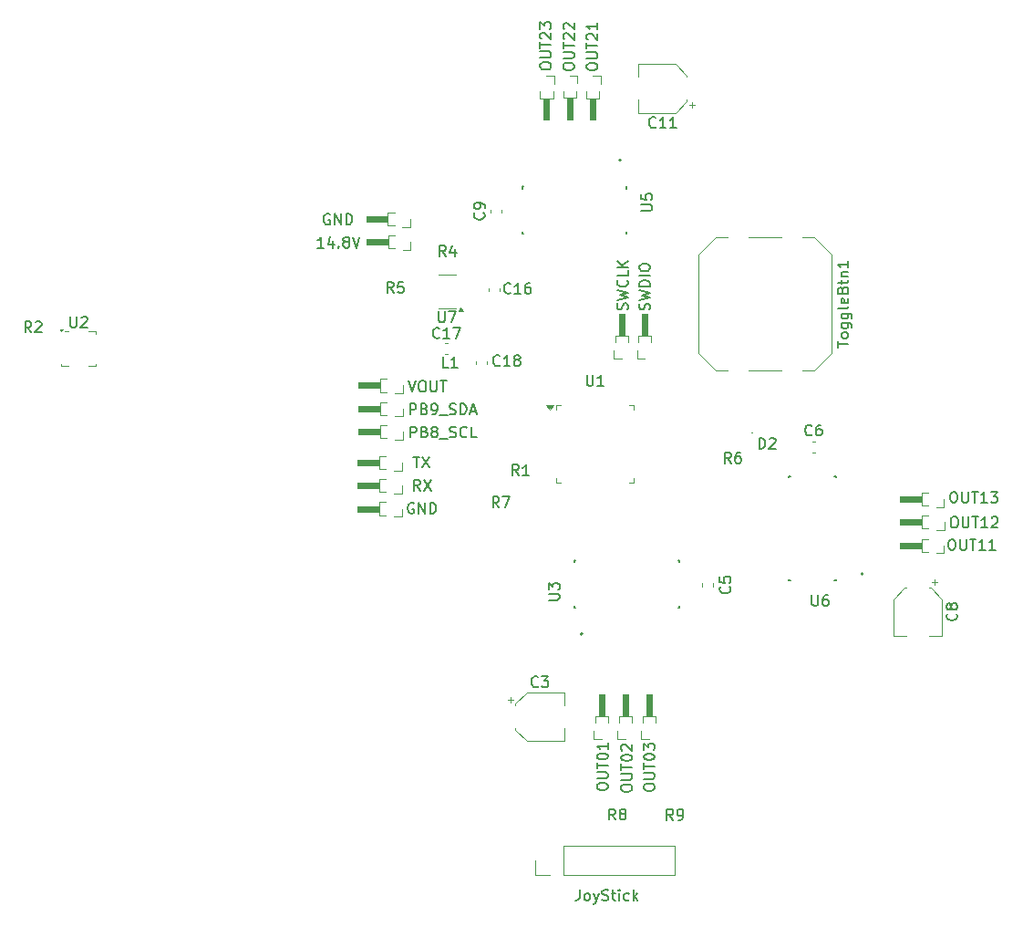
<source format=gbr>
%TF.GenerationSoftware,KiCad,Pcbnew,9.0.3*%
%TF.CreationDate,2026-01-19T22:35:58+02:00*%
%TF.ProjectId,GimbalBoard,47696d62-616c-4426-9f61-72642e6b6963,rev?*%
%TF.SameCoordinates,Original*%
%TF.FileFunction,Legend,Top*%
%TF.FilePolarity,Positive*%
%FSLAX46Y46*%
G04 Gerber Fmt 4.6, Leading zero omitted, Abs format (unit mm)*
G04 Created by KiCad (PCBNEW 9.0.3) date 2026-01-19 22:35:58*
%MOMM*%
%LPD*%
G01*
G04 APERTURE LIST*
%ADD10C,0.150000*%
%ADD11C,0.100000*%
%ADD12C,0.120000*%
%ADD13C,0.127000*%
%ADD14C,0.200000*%
G04 APERTURE END LIST*
D10*
X161904819Y-115752380D02*
X161904819Y-115561904D01*
X161904819Y-115561904D02*
X161952438Y-115466666D01*
X161952438Y-115466666D02*
X162047676Y-115371428D01*
X162047676Y-115371428D02*
X162238152Y-115323809D01*
X162238152Y-115323809D02*
X162571485Y-115323809D01*
X162571485Y-115323809D02*
X162761961Y-115371428D01*
X162761961Y-115371428D02*
X162857200Y-115466666D01*
X162857200Y-115466666D02*
X162904819Y-115561904D01*
X162904819Y-115561904D02*
X162904819Y-115752380D01*
X162904819Y-115752380D02*
X162857200Y-115847618D01*
X162857200Y-115847618D02*
X162761961Y-115942856D01*
X162761961Y-115942856D02*
X162571485Y-115990475D01*
X162571485Y-115990475D02*
X162238152Y-115990475D01*
X162238152Y-115990475D02*
X162047676Y-115942856D01*
X162047676Y-115942856D02*
X161952438Y-115847618D01*
X161952438Y-115847618D02*
X161904819Y-115752380D01*
X161904819Y-114895237D02*
X162714342Y-114895237D01*
X162714342Y-114895237D02*
X162809580Y-114847618D01*
X162809580Y-114847618D02*
X162857200Y-114799999D01*
X162857200Y-114799999D02*
X162904819Y-114704761D01*
X162904819Y-114704761D02*
X162904819Y-114514285D01*
X162904819Y-114514285D02*
X162857200Y-114419047D01*
X162857200Y-114419047D02*
X162809580Y-114371428D01*
X162809580Y-114371428D02*
X162714342Y-114323809D01*
X162714342Y-114323809D02*
X161904819Y-114323809D01*
X161904819Y-113990475D02*
X161904819Y-113419047D01*
X162904819Y-113704761D02*
X161904819Y-113704761D01*
X161904819Y-112895237D02*
X161904819Y-112799999D01*
X161904819Y-112799999D02*
X161952438Y-112704761D01*
X161952438Y-112704761D02*
X162000057Y-112657142D01*
X162000057Y-112657142D02*
X162095295Y-112609523D01*
X162095295Y-112609523D02*
X162285771Y-112561904D01*
X162285771Y-112561904D02*
X162523866Y-112561904D01*
X162523866Y-112561904D02*
X162714342Y-112609523D01*
X162714342Y-112609523D02*
X162809580Y-112657142D01*
X162809580Y-112657142D02*
X162857200Y-112704761D01*
X162857200Y-112704761D02*
X162904819Y-112799999D01*
X162904819Y-112799999D02*
X162904819Y-112895237D01*
X162904819Y-112895237D02*
X162857200Y-112990475D01*
X162857200Y-112990475D02*
X162809580Y-113038094D01*
X162809580Y-113038094D02*
X162714342Y-113085713D01*
X162714342Y-113085713D02*
X162523866Y-113133332D01*
X162523866Y-113133332D02*
X162285771Y-113133332D01*
X162285771Y-113133332D02*
X162095295Y-113085713D01*
X162095295Y-113085713D02*
X162000057Y-113038094D01*
X162000057Y-113038094D02*
X161952438Y-112990475D01*
X161952438Y-112990475D02*
X161904819Y-112895237D01*
X161904819Y-112228570D02*
X161904819Y-111609523D01*
X161904819Y-111609523D02*
X162285771Y-111942856D01*
X162285771Y-111942856D02*
X162285771Y-111799999D01*
X162285771Y-111799999D02*
X162333390Y-111704761D01*
X162333390Y-111704761D02*
X162381009Y-111657142D01*
X162381009Y-111657142D02*
X162476247Y-111609523D01*
X162476247Y-111609523D02*
X162714342Y-111609523D01*
X162714342Y-111609523D02*
X162809580Y-111657142D01*
X162809580Y-111657142D02*
X162857200Y-111704761D01*
X162857200Y-111704761D02*
X162904819Y-111799999D01*
X162904819Y-111799999D02*
X162904819Y-112085713D01*
X162904819Y-112085713D02*
X162857200Y-112180951D01*
X162857200Y-112180951D02*
X162809580Y-112228570D01*
X138658333Y-69799819D02*
X138325000Y-69323628D01*
X138086905Y-69799819D02*
X138086905Y-68799819D01*
X138086905Y-68799819D02*
X138467857Y-68799819D01*
X138467857Y-68799819D02*
X138563095Y-68847438D01*
X138563095Y-68847438D02*
X138610714Y-68895057D01*
X138610714Y-68895057D02*
X138658333Y-68990295D01*
X138658333Y-68990295D02*
X138658333Y-69133152D01*
X138658333Y-69133152D02*
X138610714Y-69228390D01*
X138610714Y-69228390D02*
X138563095Y-69276009D01*
X138563095Y-69276009D02*
X138467857Y-69323628D01*
X138467857Y-69323628D02*
X138086905Y-69323628D01*
X139563095Y-68799819D02*
X139086905Y-68799819D01*
X139086905Y-68799819D02*
X139039286Y-69276009D01*
X139039286Y-69276009D02*
X139086905Y-69228390D01*
X139086905Y-69228390D02*
X139182143Y-69180771D01*
X139182143Y-69180771D02*
X139420238Y-69180771D01*
X139420238Y-69180771D02*
X139515476Y-69228390D01*
X139515476Y-69228390D02*
X139563095Y-69276009D01*
X139563095Y-69276009D02*
X139610714Y-69371247D01*
X139610714Y-69371247D02*
X139610714Y-69609342D01*
X139610714Y-69609342D02*
X139563095Y-69704580D01*
X139563095Y-69704580D02*
X139515476Y-69752200D01*
X139515476Y-69752200D02*
X139420238Y-69799819D01*
X139420238Y-69799819D02*
X139182143Y-69799819D01*
X139182143Y-69799819D02*
X139086905Y-69752200D01*
X139086905Y-69752200D02*
X139039286Y-69704580D01*
X172616905Y-84254819D02*
X172616905Y-83254819D01*
X172616905Y-83254819D02*
X172855000Y-83254819D01*
X172855000Y-83254819D02*
X172997857Y-83302438D01*
X172997857Y-83302438D02*
X173093095Y-83397676D01*
X173093095Y-83397676D02*
X173140714Y-83492914D01*
X173140714Y-83492914D02*
X173188333Y-83683390D01*
X173188333Y-83683390D02*
X173188333Y-83826247D01*
X173188333Y-83826247D02*
X173140714Y-84016723D01*
X173140714Y-84016723D02*
X173093095Y-84111961D01*
X173093095Y-84111961D02*
X172997857Y-84207200D01*
X172997857Y-84207200D02*
X172855000Y-84254819D01*
X172855000Y-84254819D02*
X172616905Y-84254819D01*
X173569286Y-83350057D02*
X173616905Y-83302438D01*
X173616905Y-83302438D02*
X173712143Y-83254819D01*
X173712143Y-83254819D02*
X173950238Y-83254819D01*
X173950238Y-83254819D02*
X174045476Y-83302438D01*
X174045476Y-83302438D02*
X174093095Y-83350057D01*
X174093095Y-83350057D02*
X174140714Y-83445295D01*
X174140714Y-83445295D02*
X174140714Y-83540533D01*
X174140714Y-83540533D02*
X174093095Y-83683390D01*
X174093095Y-83683390D02*
X173521667Y-84254819D01*
X173521667Y-84254819D02*
X174140714Y-84254819D01*
X132191666Y-65604819D02*
X131620238Y-65604819D01*
X131905952Y-65604819D02*
X131905952Y-64604819D01*
X131905952Y-64604819D02*
X131810714Y-64747676D01*
X131810714Y-64747676D02*
X131715476Y-64842914D01*
X131715476Y-64842914D02*
X131620238Y-64890533D01*
X133048809Y-64938152D02*
X133048809Y-65604819D01*
X132810714Y-64557200D02*
X132572619Y-65271485D01*
X132572619Y-65271485D02*
X133191666Y-65271485D01*
X133572619Y-65509580D02*
X133620238Y-65557200D01*
X133620238Y-65557200D02*
X133572619Y-65604819D01*
X133572619Y-65604819D02*
X133525000Y-65557200D01*
X133525000Y-65557200D02*
X133572619Y-65509580D01*
X133572619Y-65509580D02*
X133572619Y-65604819D01*
X134191666Y-65033390D02*
X134096428Y-64985771D01*
X134096428Y-64985771D02*
X134048809Y-64938152D01*
X134048809Y-64938152D02*
X134001190Y-64842914D01*
X134001190Y-64842914D02*
X134001190Y-64795295D01*
X134001190Y-64795295D02*
X134048809Y-64700057D01*
X134048809Y-64700057D02*
X134096428Y-64652438D01*
X134096428Y-64652438D02*
X134191666Y-64604819D01*
X134191666Y-64604819D02*
X134382142Y-64604819D01*
X134382142Y-64604819D02*
X134477380Y-64652438D01*
X134477380Y-64652438D02*
X134524999Y-64700057D01*
X134524999Y-64700057D02*
X134572618Y-64795295D01*
X134572618Y-64795295D02*
X134572618Y-64842914D01*
X134572618Y-64842914D02*
X134524999Y-64938152D01*
X134524999Y-64938152D02*
X134477380Y-64985771D01*
X134477380Y-64985771D02*
X134382142Y-65033390D01*
X134382142Y-65033390D02*
X134191666Y-65033390D01*
X134191666Y-65033390D02*
X134096428Y-65081009D01*
X134096428Y-65081009D02*
X134048809Y-65128628D01*
X134048809Y-65128628D02*
X134001190Y-65223866D01*
X134001190Y-65223866D02*
X134001190Y-65414342D01*
X134001190Y-65414342D02*
X134048809Y-65509580D01*
X134048809Y-65509580D02*
X134096428Y-65557200D01*
X134096428Y-65557200D02*
X134191666Y-65604819D01*
X134191666Y-65604819D02*
X134382142Y-65604819D01*
X134382142Y-65604819D02*
X134477380Y-65557200D01*
X134477380Y-65557200D02*
X134524999Y-65509580D01*
X134524999Y-65509580D02*
X134572618Y-65414342D01*
X134572618Y-65414342D02*
X134572618Y-65223866D01*
X134572618Y-65223866D02*
X134524999Y-65128628D01*
X134524999Y-65128628D02*
X134477380Y-65081009D01*
X134477380Y-65081009D02*
X134382142Y-65033390D01*
X134858333Y-64604819D02*
X135191666Y-65604819D01*
X135191666Y-65604819D02*
X135524999Y-64604819D01*
X169988333Y-85604819D02*
X169655000Y-85128628D01*
X169416905Y-85604819D02*
X169416905Y-84604819D01*
X169416905Y-84604819D02*
X169797857Y-84604819D01*
X169797857Y-84604819D02*
X169893095Y-84652438D01*
X169893095Y-84652438D02*
X169940714Y-84700057D01*
X169940714Y-84700057D02*
X169988333Y-84795295D01*
X169988333Y-84795295D02*
X169988333Y-84938152D01*
X169988333Y-84938152D02*
X169940714Y-85033390D01*
X169940714Y-85033390D02*
X169893095Y-85081009D01*
X169893095Y-85081009D02*
X169797857Y-85128628D01*
X169797857Y-85128628D02*
X169416905Y-85128628D01*
X170845476Y-84604819D02*
X170655000Y-84604819D01*
X170655000Y-84604819D02*
X170559762Y-84652438D01*
X170559762Y-84652438D02*
X170512143Y-84700057D01*
X170512143Y-84700057D02*
X170416905Y-84842914D01*
X170416905Y-84842914D02*
X170369286Y-85033390D01*
X170369286Y-85033390D02*
X170369286Y-85414342D01*
X170369286Y-85414342D02*
X170416905Y-85509580D01*
X170416905Y-85509580D02*
X170464524Y-85557200D01*
X170464524Y-85557200D02*
X170559762Y-85604819D01*
X170559762Y-85604819D02*
X170750238Y-85604819D01*
X170750238Y-85604819D02*
X170845476Y-85557200D01*
X170845476Y-85557200D02*
X170893095Y-85509580D01*
X170893095Y-85509580D02*
X170940714Y-85414342D01*
X170940714Y-85414342D02*
X170940714Y-85176247D01*
X170940714Y-85176247D02*
X170893095Y-85081009D01*
X170893095Y-85081009D02*
X170845476Y-85033390D01*
X170845476Y-85033390D02*
X170750238Y-84985771D01*
X170750238Y-84985771D02*
X170559762Y-84985771D01*
X170559762Y-84985771D02*
X170464524Y-85033390D01*
X170464524Y-85033390D02*
X170416905Y-85081009D01*
X170416905Y-85081009D02*
X170369286Y-85176247D01*
X179904819Y-74847619D02*
X179904819Y-74276191D01*
X180904819Y-74561905D02*
X179904819Y-74561905D01*
X180904819Y-73800000D02*
X180857200Y-73895238D01*
X180857200Y-73895238D02*
X180809580Y-73942857D01*
X180809580Y-73942857D02*
X180714342Y-73990476D01*
X180714342Y-73990476D02*
X180428628Y-73990476D01*
X180428628Y-73990476D02*
X180333390Y-73942857D01*
X180333390Y-73942857D02*
X180285771Y-73895238D01*
X180285771Y-73895238D02*
X180238152Y-73800000D01*
X180238152Y-73800000D02*
X180238152Y-73657143D01*
X180238152Y-73657143D02*
X180285771Y-73561905D01*
X180285771Y-73561905D02*
X180333390Y-73514286D01*
X180333390Y-73514286D02*
X180428628Y-73466667D01*
X180428628Y-73466667D02*
X180714342Y-73466667D01*
X180714342Y-73466667D02*
X180809580Y-73514286D01*
X180809580Y-73514286D02*
X180857200Y-73561905D01*
X180857200Y-73561905D02*
X180904819Y-73657143D01*
X180904819Y-73657143D02*
X180904819Y-73800000D01*
X180238152Y-72609524D02*
X181047676Y-72609524D01*
X181047676Y-72609524D02*
X181142914Y-72657143D01*
X181142914Y-72657143D02*
X181190533Y-72704762D01*
X181190533Y-72704762D02*
X181238152Y-72800000D01*
X181238152Y-72800000D02*
X181238152Y-72942857D01*
X181238152Y-72942857D02*
X181190533Y-73038095D01*
X180857200Y-72609524D02*
X180904819Y-72704762D01*
X180904819Y-72704762D02*
X180904819Y-72895238D01*
X180904819Y-72895238D02*
X180857200Y-72990476D01*
X180857200Y-72990476D02*
X180809580Y-73038095D01*
X180809580Y-73038095D02*
X180714342Y-73085714D01*
X180714342Y-73085714D02*
X180428628Y-73085714D01*
X180428628Y-73085714D02*
X180333390Y-73038095D01*
X180333390Y-73038095D02*
X180285771Y-72990476D01*
X180285771Y-72990476D02*
X180238152Y-72895238D01*
X180238152Y-72895238D02*
X180238152Y-72704762D01*
X180238152Y-72704762D02*
X180285771Y-72609524D01*
X180238152Y-71704762D02*
X181047676Y-71704762D01*
X181047676Y-71704762D02*
X181142914Y-71752381D01*
X181142914Y-71752381D02*
X181190533Y-71800000D01*
X181190533Y-71800000D02*
X181238152Y-71895238D01*
X181238152Y-71895238D02*
X181238152Y-72038095D01*
X181238152Y-72038095D02*
X181190533Y-72133333D01*
X180857200Y-71704762D02*
X180904819Y-71800000D01*
X180904819Y-71800000D02*
X180904819Y-71990476D01*
X180904819Y-71990476D02*
X180857200Y-72085714D01*
X180857200Y-72085714D02*
X180809580Y-72133333D01*
X180809580Y-72133333D02*
X180714342Y-72180952D01*
X180714342Y-72180952D02*
X180428628Y-72180952D01*
X180428628Y-72180952D02*
X180333390Y-72133333D01*
X180333390Y-72133333D02*
X180285771Y-72085714D01*
X180285771Y-72085714D02*
X180238152Y-71990476D01*
X180238152Y-71990476D02*
X180238152Y-71800000D01*
X180238152Y-71800000D02*
X180285771Y-71704762D01*
X180904819Y-71085714D02*
X180857200Y-71180952D01*
X180857200Y-71180952D02*
X180761961Y-71228571D01*
X180761961Y-71228571D02*
X179904819Y-71228571D01*
X180857200Y-70323809D02*
X180904819Y-70419047D01*
X180904819Y-70419047D02*
X180904819Y-70609523D01*
X180904819Y-70609523D02*
X180857200Y-70704761D01*
X180857200Y-70704761D02*
X180761961Y-70752380D01*
X180761961Y-70752380D02*
X180381009Y-70752380D01*
X180381009Y-70752380D02*
X180285771Y-70704761D01*
X180285771Y-70704761D02*
X180238152Y-70609523D01*
X180238152Y-70609523D02*
X180238152Y-70419047D01*
X180238152Y-70419047D02*
X180285771Y-70323809D01*
X180285771Y-70323809D02*
X180381009Y-70276190D01*
X180381009Y-70276190D02*
X180476247Y-70276190D01*
X180476247Y-70276190D02*
X180571485Y-70752380D01*
X180381009Y-69514285D02*
X180428628Y-69371428D01*
X180428628Y-69371428D02*
X180476247Y-69323809D01*
X180476247Y-69323809D02*
X180571485Y-69276190D01*
X180571485Y-69276190D02*
X180714342Y-69276190D01*
X180714342Y-69276190D02*
X180809580Y-69323809D01*
X180809580Y-69323809D02*
X180857200Y-69371428D01*
X180857200Y-69371428D02*
X180904819Y-69466666D01*
X180904819Y-69466666D02*
X180904819Y-69847618D01*
X180904819Y-69847618D02*
X179904819Y-69847618D01*
X179904819Y-69847618D02*
X179904819Y-69514285D01*
X179904819Y-69514285D02*
X179952438Y-69419047D01*
X179952438Y-69419047D02*
X180000057Y-69371428D01*
X180000057Y-69371428D02*
X180095295Y-69323809D01*
X180095295Y-69323809D02*
X180190533Y-69323809D01*
X180190533Y-69323809D02*
X180285771Y-69371428D01*
X180285771Y-69371428D02*
X180333390Y-69419047D01*
X180333390Y-69419047D02*
X180381009Y-69514285D01*
X180381009Y-69514285D02*
X180381009Y-69847618D01*
X180238152Y-68990475D02*
X180238152Y-68609523D01*
X179904819Y-68847618D02*
X180761961Y-68847618D01*
X180761961Y-68847618D02*
X180857200Y-68799999D01*
X180857200Y-68799999D02*
X180904819Y-68704761D01*
X180904819Y-68704761D02*
X180904819Y-68609523D01*
X180238152Y-68276189D02*
X180904819Y-68276189D01*
X180333390Y-68276189D02*
X180285771Y-68228570D01*
X180285771Y-68228570D02*
X180238152Y-68133332D01*
X180238152Y-68133332D02*
X180238152Y-67990475D01*
X180238152Y-67990475D02*
X180285771Y-67895237D01*
X180285771Y-67895237D02*
X180381009Y-67847618D01*
X180381009Y-67847618D02*
X180904819Y-67847618D01*
X180904819Y-66847618D02*
X180904819Y-67419046D01*
X180904819Y-67133332D02*
X179904819Y-67133332D01*
X179904819Y-67133332D02*
X180047676Y-67228570D01*
X180047676Y-67228570D02*
X180142914Y-67323808D01*
X180142914Y-67323808D02*
X180190533Y-67419046D01*
X177513095Y-97839819D02*
X177513095Y-98649342D01*
X177513095Y-98649342D02*
X177560714Y-98744580D01*
X177560714Y-98744580D02*
X177608333Y-98792200D01*
X177608333Y-98792200D02*
X177703571Y-98839819D01*
X177703571Y-98839819D02*
X177894047Y-98839819D01*
X177894047Y-98839819D02*
X177989285Y-98792200D01*
X177989285Y-98792200D02*
X178036904Y-98744580D01*
X178036904Y-98744580D02*
X178084523Y-98649342D01*
X178084523Y-98649342D02*
X178084523Y-97839819D01*
X178989285Y-97839819D02*
X178798809Y-97839819D01*
X178798809Y-97839819D02*
X178703571Y-97887438D01*
X178703571Y-97887438D02*
X178655952Y-97935057D01*
X178655952Y-97935057D02*
X178560714Y-98077914D01*
X178560714Y-98077914D02*
X178513095Y-98268390D01*
X178513095Y-98268390D02*
X178513095Y-98649342D01*
X178513095Y-98649342D02*
X178560714Y-98744580D01*
X178560714Y-98744580D02*
X178608333Y-98792200D01*
X178608333Y-98792200D02*
X178703571Y-98839819D01*
X178703571Y-98839819D02*
X178894047Y-98839819D01*
X178894047Y-98839819D02*
X178989285Y-98792200D01*
X178989285Y-98792200D02*
X179036904Y-98744580D01*
X179036904Y-98744580D02*
X179084523Y-98649342D01*
X179084523Y-98649342D02*
X179084523Y-98411247D01*
X179084523Y-98411247D02*
X179036904Y-98316009D01*
X179036904Y-98316009D02*
X178989285Y-98268390D01*
X178989285Y-98268390D02*
X178894047Y-98220771D01*
X178894047Y-98220771D02*
X178703571Y-98220771D01*
X178703571Y-98220771D02*
X178608333Y-98268390D01*
X178608333Y-98268390D02*
X178560714Y-98316009D01*
X178560714Y-98316009D02*
X178513095Y-98411247D01*
X159278333Y-118679819D02*
X158945000Y-118203628D01*
X158706905Y-118679819D02*
X158706905Y-117679819D01*
X158706905Y-117679819D02*
X159087857Y-117679819D01*
X159087857Y-117679819D02*
X159183095Y-117727438D01*
X159183095Y-117727438D02*
X159230714Y-117775057D01*
X159230714Y-117775057D02*
X159278333Y-117870295D01*
X159278333Y-117870295D02*
X159278333Y-118013152D01*
X159278333Y-118013152D02*
X159230714Y-118108390D01*
X159230714Y-118108390D02*
X159183095Y-118156009D01*
X159183095Y-118156009D02*
X159087857Y-118203628D01*
X159087857Y-118203628D02*
X158706905Y-118203628D01*
X159849762Y-118108390D02*
X159754524Y-118060771D01*
X159754524Y-118060771D02*
X159706905Y-118013152D01*
X159706905Y-118013152D02*
X159659286Y-117917914D01*
X159659286Y-117917914D02*
X159659286Y-117870295D01*
X159659286Y-117870295D02*
X159706905Y-117775057D01*
X159706905Y-117775057D02*
X159754524Y-117727438D01*
X159754524Y-117727438D02*
X159849762Y-117679819D01*
X159849762Y-117679819D02*
X160040238Y-117679819D01*
X160040238Y-117679819D02*
X160135476Y-117727438D01*
X160135476Y-117727438D02*
X160183095Y-117775057D01*
X160183095Y-117775057D02*
X160230714Y-117870295D01*
X160230714Y-117870295D02*
X160230714Y-117917914D01*
X160230714Y-117917914D02*
X160183095Y-118013152D01*
X160183095Y-118013152D02*
X160135476Y-118060771D01*
X160135476Y-118060771D02*
X160040238Y-118108390D01*
X160040238Y-118108390D02*
X159849762Y-118108390D01*
X159849762Y-118108390D02*
X159754524Y-118156009D01*
X159754524Y-118156009D02*
X159706905Y-118203628D01*
X159706905Y-118203628D02*
X159659286Y-118298866D01*
X159659286Y-118298866D02*
X159659286Y-118489342D01*
X159659286Y-118489342D02*
X159706905Y-118584580D01*
X159706905Y-118584580D02*
X159754524Y-118632200D01*
X159754524Y-118632200D02*
X159849762Y-118679819D01*
X159849762Y-118679819D02*
X160040238Y-118679819D01*
X160040238Y-118679819D02*
X160135476Y-118632200D01*
X160135476Y-118632200D02*
X160183095Y-118584580D01*
X160183095Y-118584580D02*
X160230714Y-118489342D01*
X160230714Y-118489342D02*
X160230714Y-118298866D01*
X160230714Y-118298866D02*
X160183095Y-118203628D01*
X160183095Y-118203628D02*
X160135476Y-118156009D01*
X160135476Y-118156009D02*
X160040238Y-118108390D01*
X162432200Y-71344046D02*
X162479819Y-71201189D01*
X162479819Y-71201189D02*
X162479819Y-70963094D01*
X162479819Y-70963094D02*
X162432200Y-70867856D01*
X162432200Y-70867856D02*
X162384580Y-70820237D01*
X162384580Y-70820237D02*
X162289342Y-70772618D01*
X162289342Y-70772618D02*
X162194104Y-70772618D01*
X162194104Y-70772618D02*
X162098866Y-70820237D01*
X162098866Y-70820237D02*
X162051247Y-70867856D01*
X162051247Y-70867856D02*
X162003628Y-70963094D01*
X162003628Y-70963094D02*
X161956009Y-71153570D01*
X161956009Y-71153570D02*
X161908390Y-71248808D01*
X161908390Y-71248808D02*
X161860771Y-71296427D01*
X161860771Y-71296427D02*
X161765533Y-71344046D01*
X161765533Y-71344046D02*
X161670295Y-71344046D01*
X161670295Y-71344046D02*
X161575057Y-71296427D01*
X161575057Y-71296427D02*
X161527438Y-71248808D01*
X161527438Y-71248808D02*
X161479819Y-71153570D01*
X161479819Y-71153570D02*
X161479819Y-70915475D01*
X161479819Y-70915475D02*
X161527438Y-70772618D01*
X161479819Y-70439284D02*
X162479819Y-70201189D01*
X162479819Y-70201189D02*
X161765533Y-70010713D01*
X161765533Y-70010713D02*
X162479819Y-69820237D01*
X162479819Y-69820237D02*
X161479819Y-69582142D01*
X162479819Y-69201189D02*
X161479819Y-69201189D01*
X161479819Y-69201189D02*
X161479819Y-68963094D01*
X161479819Y-68963094D02*
X161527438Y-68820237D01*
X161527438Y-68820237D02*
X161622676Y-68724999D01*
X161622676Y-68724999D02*
X161717914Y-68677380D01*
X161717914Y-68677380D02*
X161908390Y-68629761D01*
X161908390Y-68629761D02*
X162051247Y-68629761D01*
X162051247Y-68629761D02*
X162241723Y-68677380D01*
X162241723Y-68677380D02*
X162336961Y-68724999D01*
X162336961Y-68724999D02*
X162432200Y-68820237D01*
X162432200Y-68820237D02*
X162479819Y-68963094D01*
X162479819Y-68963094D02*
X162479819Y-69201189D01*
X162479819Y-68201189D02*
X161479819Y-68201189D01*
X161479819Y-67534523D02*
X161479819Y-67344047D01*
X161479819Y-67344047D02*
X161527438Y-67248809D01*
X161527438Y-67248809D02*
X161622676Y-67153571D01*
X161622676Y-67153571D02*
X161813152Y-67105952D01*
X161813152Y-67105952D02*
X162146485Y-67105952D01*
X162146485Y-67105952D02*
X162336961Y-67153571D01*
X162336961Y-67153571D02*
X162432200Y-67248809D01*
X162432200Y-67248809D02*
X162479819Y-67344047D01*
X162479819Y-67344047D02*
X162479819Y-67534523D01*
X162479819Y-67534523D02*
X162432200Y-67629761D01*
X162432200Y-67629761D02*
X162336961Y-67724999D01*
X162336961Y-67724999D02*
X162146485Y-67772618D01*
X162146485Y-67772618D02*
X161813152Y-67772618D01*
X161813152Y-67772618D02*
X161622676Y-67724999D01*
X161622676Y-67724999D02*
X161527438Y-67629761D01*
X161527438Y-67629761D02*
X161479819Y-67534523D01*
X150283333Y-86729819D02*
X149950000Y-86253628D01*
X149711905Y-86729819D02*
X149711905Y-85729819D01*
X149711905Y-85729819D02*
X150092857Y-85729819D01*
X150092857Y-85729819D02*
X150188095Y-85777438D01*
X150188095Y-85777438D02*
X150235714Y-85825057D01*
X150235714Y-85825057D02*
X150283333Y-85920295D01*
X150283333Y-85920295D02*
X150283333Y-86063152D01*
X150283333Y-86063152D02*
X150235714Y-86158390D01*
X150235714Y-86158390D02*
X150188095Y-86206009D01*
X150188095Y-86206009D02*
X150092857Y-86253628D01*
X150092857Y-86253628D02*
X149711905Y-86253628D01*
X151235714Y-86729819D02*
X150664286Y-86729819D01*
X150950000Y-86729819D02*
X150950000Y-85729819D01*
X150950000Y-85729819D02*
X150854762Y-85872676D01*
X150854762Y-85872676D02*
X150759524Y-85967914D01*
X150759524Y-85967914D02*
X150664286Y-86015533D01*
X148458333Y-89704819D02*
X148125000Y-89228628D01*
X147886905Y-89704819D02*
X147886905Y-88704819D01*
X147886905Y-88704819D02*
X148267857Y-88704819D01*
X148267857Y-88704819D02*
X148363095Y-88752438D01*
X148363095Y-88752438D02*
X148410714Y-88800057D01*
X148410714Y-88800057D02*
X148458333Y-88895295D01*
X148458333Y-88895295D02*
X148458333Y-89038152D01*
X148458333Y-89038152D02*
X148410714Y-89133390D01*
X148410714Y-89133390D02*
X148363095Y-89181009D01*
X148363095Y-89181009D02*
X148267857Y-89228628D01*
X148267857Y-89228628D02*
X147886905Y-89228628D01*
X148791667Y-88704819D02*
X149458333Y-88704819D01*
X149458333Y-88704819D02*
X149029762Y-89704819D01*
X140201190Y-81079819D02*
X140201190Y-80079819D01*
X140201190Y-80079819D02*
X140582142Y-80079819D01*
X140582142Y-80079819D02*
X140677380Y-80127438D01*
X140677380Y-80127438D02*
X140724999Y-80175057D01*
X140724999Y-80175057D02*
X140772618Y-80270295D01*
X140772618Y-80270295D02*
X140772618Y-80413152D01*
X140772618Y-80413152D02*
X140724999Y-80508390D01*
X140724999Y-80508390D02*
X140677380Y-80556009D01*
X140677380Y-80556009D02*
X140582142Y-80603628D01*
X140582142Y-80603628D02*
X140201190Y-80603628D01*
X141534523Y-80556009D02*
X141677380Y-80603628D01*
X141677380Y-80603628D02*
X141724999Y-80651247D01*
X141724999Y-80651247D02*
X141772618Y-80746485D01*
X141772618Y-80746485D02*
X141772618Y-80889342D01*
X141772618Y-80889342D02*
X141724999Y-80984580D01*
X141724999Y-80984580D02*
X141677380Y-81032200D01*
X141677380Y-81032200D02*
X141582142Y-81079819D01*
X141582142Y-81079819D02*
X141201190Y-81079819D01*
X141201190Y-81079819D02*
X141201190Y-80079819D01*
X141201190Y-80079819D02*
X141534523Y-80079819D01*
X141534523Y-80079819D02*
X141629761Y-80127438D01*
X141629761Y-80127438D02*
X141677380Y-80175057D01*
X141677380Y-80175057D02*
X141724999Y-80270295D01*
X141724999Y-80270295D02*
X141724999Y-80365533D01*
X141724999Y-80365533D02*
X141677380Y-80460771D01*
X141677380Y-80460771D02*
X141629761Y-80508390D01*
X141629761Y-80508390D02*
X141534523Y-80556009D01*
X141534523Y-80556009D02*
X141201190Y-80556009D01*
X142248809Y-81079819D02*
X142439285Y-81079819D01*
X142439285Y-81079819D02*
X142534523Y-81032200D01*
X142534523Y-81032200D02*
X142582142Y-80984580D01*
X142582142Y-80984580D02*
X142677380Y-80841723D01*
X142677380Y-80841723D02*
X142724999Y-80651247D01*
X142724999Y-80651247D02*
X142724999Y-80270295D01*
X142724999Y-80270295D02*
X142677380Y-80175057D01*
X142677380Y-80175057D02*
X142629761Y-80127438D01*
X142629761Y-80127438D02*
X142534523Y-80079819D01*
X142534523Y-80079819D02*
X142344047Y-80079819D01*
X142344047Y-80079819D02*
X142248809Y-80127438D01*
X142248809Y-80127438D02*
X142201190Y-80175057D01*
X142201190Y-80175057D02*
X142153571Y-80270295D01*
X142153571Y-80270295D02*
X142153571Y-80508390D01*
X142153571Y-80508390D02*
X142201190Y-80603628D01*
X142201190Y-80603628D02*
X142248809Y-80651247D01*
X142248809Y-80651247D02*
X142344047Y-80698866D01*
X142344047Y-80698866D02*
X142534523Y-80698866D01*
X142534523Y-80698866D02*
X142629761Y-80651247D01*
X142629761Y-80651247D02*
X142677380Y-80603628D01*
X142677380Y-80603628D02*
X142724999Y-80508390D01*
X142915476Y-81175057D02*
X143677380Y-81175057D01*
X143867857Y-81032200D02*
X144010714Y-81079819D01*
X144010714Y-81079819D02*
X144248809Y-81079819D01*
X144248809Y-81079819D02*
X144344047Y-81032200D01*
X144344047Y-81032200D02*
X144391666Y-80984580D01*
X144391666Y-80984580D02*
X144439285Y-80889342D01*
X144439285Y-80889342D02*
X144439285Y-80794104D01*
X144439285Y-80794104D02*
X144391666Y-80698866D01*
X144391666Y-80698866D02*
X144344047Y-80651247D01*
X144344047Y-80651247D02*
X144248809Y-80603628D01*
X144248809Y-80603628D02*
X144058333Y-80556009D01*
X144058333Y-80556009D02*
X143963095Y-80508390D01*
X143963095Y-80508390D02*
X143915476Y-80460771D01*
X143915476Y-80460771D02*
X143867857Y-80365533D01*
X143867857Y-80365533D02*
X143867857Y-80270295D01*
X143867857Y-80270295D02*
X143915476Y-80175057D01*
X143915476Y-80175057D02*
X143963095Y-80127438D01*
X143963095Y-80127438D02*
X144058333Y-80079819D01*
X144058333Y-80079819D02*
X144296428Y-80079819D01*
X144296428Y-80079819D02*
X144439285Y-80127438D01*
X144867857Y-81079819D02*
X144867857Y-80079819D01*
X144867857Y-80079819D02*
X145105952Y-80079819D01*
X145105952Y-80079819D02*
X145248809Y-80127438D01*
X145248809Y-80127438D02*
X145344047Y-80222676D01*
X145344047Y-80222676D02*
X145391666Y-80317914D01*
X145391666Y-80317914D02*
X145439285Y-80508390D01*
X145439285Y-80508390D02*
X145439285Y-80651247D01*
X145439285Y-80651247D02*
X145391666Y-80841723D01*
X145391666Y-80841723D02*
X145344047Y-80936961D01*
X145344047Y-80936961D02*
X145248809Y-81032200D01*
X145248809Y-81032200D02*
X145105952Y-81079819D01*
X145105952Y-81079819D02*
X144867857Y-81079819D01*
X145820238Y-80794104D02*
X146296428Y-80794104D01*
X145725000Y-81079819D02*
X146058333Y-80079819D01*
X146058333Y-80079819D02*
X146391666Y-81079819D01*
X152088333Y-106284580D02*
X152040714Y-106332200D01*
X152040714Y-106332200D02*
X151897857Y-106379819D01*
X151897857Y-106379819D02*
X151802619Y-106379819D01*
X151802619Y-106379819D02*
X151659762Y-106332200D01*
X151659762Y-106332200D02*
X151564524Y-106236961D01*
X151564524Y-106236961D02*
X151516905Y-106141723D01*
X151516905Y-106141723D02*
X151469286Y-105951247D01*
X151469286Y-105951247D02*
X151469286Y-105808390D01*
X151469286Y-105808390D02*
X151516905Y-105617914D01*
X151516905Y-105617914D02*
X151564524Y-105522676D01*
X151564524Y-105522676D02*
X151659762Y-105427438D01*
X151659762Y-105427438D02*
X151802619Y-105379819D01*
X151802619Y-105379819D02*
X151897857Y-105379819D01*
X151897857Y-105379819D02*
X152040714Y-105427438D01*
X152040714Y-105427438D02*
X152088333Y-105475057D01*
X152421667Y-105379819D02*
X153040714Y-105379819D01*
X153040714Y-105379819D02*
X152707381Y-105760771D01*
X152707381Y-105760771D02*
X152850238Y-105760771D01*
X152850238Y-105760771D02*
X152945476Y-105808390D01*
X152945476Y-105808390D02*
X152993095Y-105856009D01*
X152993095Y-105856009D02*
X153040714Y-105951247D01*
X153040714Y-105951247D02*
X153040714Y-106189342D01*
X153040714Y-106189342D02*
X152993095Y-106284580D01*
X152993095Y-106284580D02*
X152945476Y-106332200D01*
X152945476Y-106332200D02*
X152850238Y-106379819D01*
X152850238Y-106379819D02*
X152564524Y-106379819D01*
X152564524Y-106379819D02*
X152469286Y-106332200D01*
X152469286Y-106332200D02*
X152421667Y-106284580D01*
X149532142Y-69779580D02*
X149484523Y-69827200D01*
X149484523Y-69827200D02*
X149341666Y-69874819D01*
X149341666Y-69874819D02*
X149246428Y-69874819D01*
X149246428Y-69874819D02*
X149103571Y-69827200D01*
X149103571Y-69827200D02*
X149008333Y-69731961D01*
X149008333Y-69731961D02*
X148960714Y-69636723D01*
X148960714Y-69636723D02*
X148913095Y-69446247D01*
X148913095Y-69446247D02*
X148913095Y-69303390D01*
X148913095Y-69303390D02*
X148960714Y-69112914D01*
X148960714Y-69112914D02*
X149008333Y-69017676D01*
X149008333Y-69017676D02*
X149103571Y-68922438D01*
X149103571Y-68922438D02*
X149246428Y-68874819D01*
X149246428Y-68874819D02*
X149341666Y-68874819D01*
X149341666Y-68874819D02*
X149484523Y-68922438D01*
X149484523Y-68922438D02*
X149532142Y-68970057D01*
X150484523Y-69874819D02*
X149913095Y-69874819D01*
X150198809Y-69874819D02*
X150198809Y-68874819D01*
X150198809Y-68874819D02*
X150103571Y-69017676D01*
X150103571Y-69017676D02*
X150008333Y-69112914D01*
X150008333Y-69112914D02*
X149913095Y-69160533D01*
X151341666Y-68874819D02*
X151151190Y-68874819D01*
X151151190Y-68874819D02*
X151055952Y-68922438D01*
X151055952Y-68922438D02*
X151008333Y-68970057D01*
X151008333Y-68970057D02*
X150913095Y-69112914D01*
X150913095Y-69112914D02*
X150865476Y-69303390D01*
X150865476Y-69303390D02*
X150865476Y-69684342D01*
X150865476Y-69684342D02*
X150913095Y-69779580D01*
X150913095Y-69779580D02*
X150960714Y-69827200D01*
X150960714Y-69827200D02*
X151055952Y-69874819D01*
X151055952Y-69874819D02*
X151246428Y-69874819D01*
X151246428Y-69874819D02*
X151341666Y-69827200D01*
X151341666Y-69827200D02*
X151389285Y-69779580D01*
X151389285Y-69779580D02*
X151436904Y-69684342D01*
X151436904Y-69684342D02*
X151436904Y-69446247D01*
X151436904Y-69446247D02*
X151389285Y-69351009D01*
X151389285Y-69351009D02*
X151341666Y-69303390D01*
X151341666Y-69303390D02*
X151246428Y-69255771D01*
X151246428Y-69255771D02*
X151055952Y-69255771D01*
X151055952Y-69255771D02*
X150960714Y-69303390D01*
X150960714Y-69303390D02*
X150913095Y-69351009D01*
X150913095Y-69351009D02*
X150865476Y-69446247D01*
X152279819Y-48827380D02*
X152279819Y-48636904D01*
X152279819Y-48636904D02*
X152327438Y-48541666D01*
X152327438Y-48541666D02*
X152422676Y-48446428D01*
X152422676Y-48446428D02*
X152613152Y-48398809D01*
X152613152Y-48398809D02*
X152946485Y-48398809D01*
X152946485Y-48398809D02*
X153136961Y-48446428D01*
X153136961Y-48446428D02*
X153232200Y-48541666D01*
X153232200Y-48541666D02*
X153279819Y-48636904D01*
X153279819Y-48636904D02*
X153279819Y-48827380D01*
X153279819Y-48827380D02*
X153232200Y-48922618D01*
X153232200Y-48922618D02*
X153136961Y-49017856D01*
X153136961Y-49017856D02*
X152946485Y-49065475D01*
X152946485Y-49065475D02*
X152613152Y-49065475D01*
X152613152Y-49065475D02*
X152422676Y-49017856D01*
X152422676Y-49017856D02*
X152327438Y-48922618D01*
X152327438Y-48922618D02*
X152279819Y-48827380D01*
X152279819Y-47970237D02*
X153089342Y-47970237D01*
X153089342Y-47970237D02*
X153184580Y-47922618D01*
X153184580Y-47922618D02*
X153232200Y-47874999D01*
X153232200Y-47874999D02*
X153279819Y-47779761D01*
X153279819Y-47779761D02*
X153279819Y-47589285D01*
X153279819Y-47589285D02*
X153232200Y-47494047D01*
X153232200Y-47494047D02*
X153184580Y-47446428D01*
X153184580Y-47446428D02*
X153089342Y-47398809D01*
X153089342Y-47398809D02*
X152279819Y-47398809D01*
X152279819Y-47065475D02*
X152279819Y-46494047D01*
X153279819Y-46779761D02*
X152279819Y-46779761D01*
X152375057Y-46208332D02*
X152327438Y-46160713D01*
X152327438Y-46160713D02*
X152279819Y-46065475D01*
X152279819Y-46065475D02*
X152279819Y-45827380D01*
X152279819Y-45827380D02*
X152327438Y-45732142D01*
X152327438Y-45732142D02*
X152375057Y-45684523D01*
X152375057Y-45684523D02*
X152470295Y-45636904D01*
X152470295Y-45636904D02*
X152565533Y-45636904D01*
X152565533Y-45636904D02*
X152708390Y-45684523D01*
X152708390Y-45684523D02*
X153279819Y-46255951D01*
X153279819Y-46255951D02*
X153279819Y-45636904D01*
X152279819Y-45303570D02*
X152279819Y-44684523D01*
X152279819Y-44684523D02*
X152660771Y-45017856D01*
X152660771Y-45017856D02*
X152660771Y-44874999D01*
X152660771Y-44874999D02*
X152708390Y-44779761D01*
X152708390Y-44779761D02*
X152756009Y-44732142D01*
X152756009Y-44732142D02*
X152851247Y-44684523D01*
X152851247Y-44684523D02*
X153089342Y-44684523D01*
X153089342Y-44684523D02*
X153184580Y-44732142D01*
X153184580Y-44732142D02*
X153232200Y-44779761D01*
X153232200Y-44779761D02*
X153279819Y-44874999D01*
X153279819Y-44874999D02*
X153279819Y-45160713D01*
X153279819Y-45160713D02*
X153232200Y-45255951D01*
X153232200Y-45255951D02*
X153184580Y-45303570D01*
X164628333Y-118709819D02*
X164295000Y-118233628D01*
X164056905Y-118709819D02*
X164056905Y-117709819D01*
X164056905Y-117709819D02*
X164437857Y-117709819D01*
X164437857Y-117709819D02*
X164533095Y-117757438D01*
X164533095Y-117757438D02*
X164580714Y-117805057D01*
X164580714Y-117805057D02*
X164628333Y-117900295D01*
X164628333Y-117900295D02*
X164628333Y-118043152D01*
X164628333Y-118043152D02*
X164580714Y-118138390D01*
X164580714Y-118138390D02*
X164533095Y-118186009D01*
X164533095Y-118186009D02*
X164437857Y-118233628D01*
X164437857Y-118233628D02*
X164056905Y-118233628D01*
X165104524Y-118709819D02*
X165295000Y-118709819D01*
X165295000Y-118709819D02*
X165390238Y-118662200D01*
X165390238Y-118662200D02*
X165437857Y-118614580D01*
X165437857Y-118614580D02*
X165533095Y-118471723D01*
X165533095Y-118471723D02*
X165580714Y-118281247D01*
X165580714Y-118281247D02*
X165580714Y-117900295D01*
X165580714Y-117900295D02*
X165533095Y-117805057D01*
X165533095Y-117805057D02*
X165485476Y-117757438D01*
X165485476Y-117757438D02*
X165390238Y-117709819D01*
X165390238Y-117709819D02*
X165199762Y-117709819D01*
X165199762Y-117709819D02*
X165104524Y-117757438D01*
X165104524Y-117757438D02*
X165056905Y-117805057D01*
X165056905Y-117805057D02*
X165009286Y-117900295D01*
X165009286Y-117900295D02*
X165009286Y-118138390D01*
X165009286Y-118138390D02*
X165056905Y-118233628D01*
X165056905Y-118233628D02*
X165104524Y-118281247D01*
X165104524Y-118281247D02*
X165199762Y-118328866D01*
X165199762Y-118328866D02*
X165390238Y-118328866D01*
X165390238Y-118328866D02*
X165485476Y-118281247D01*
X165485476Y-118281247D02*
X165533095Y-118233628D01*
X165533095Y-118233628D02*
X165580714Y-118138390D01*
X140063095Y-77954819D02*
X140396428Y-78954819D01*
X140396428Y-78954819D02*
X140729761Y-77954819D01*
X141253571Y-77954819D02*
X141444047Y-77954819D01*
X141444047Y-77954819D02*
X141539285Y-78002438D01*
X141539285Y-78002438D02*
X141634523Y-78097676D01*
X141634523Y-78097676D02*
X141682142Y-78288152D01*
X141682142Y-78288152D02*
X141682142Y-78621485D01*
X141682142Y-78621485D02*
X141634523Y-78811961D01*
X141634523Y-78811961D02*
X141539285Y-78907200D01*
X141539285Y-78907200D02*
X141444047Y-78954819D01*
X141444047Y-78954819D02*
X141253571Y-78954819D01*
X141253571Y-78954819D02*
X141158333Y-78907200D01*
X141158333Y-78907200D02*
X141063095Y-78811961D01*
X141063095Y-78811961D02*
X141015476Y-78621485D01*
X141015476Y-78621485D02*
X141015476Y-78288152D01*
X141015476Y-78288152D02*
X141063095Y-78097676D01*
X141063095Y-78097676D02*
X141158333Y-78002438D01*
X141158333Y-78002438D02*
X141253571Y-77954819D01*
X142110714Y-77954819D02*
X142110714Y-78764342D01*
X142110714Y-78764342D02*
X142158333Y-78859580D01*
X142158333Y-78859580D02*
X142205952Y-78907200D01*
X142205952Y-78907200D02*
X142301190Y-78954819D01*
X142301190Y-78954819D02*
X142491666Y-78954819D01*
X142491666Y-78954819D02*
X142586904Y-78907200D01*
X142586904Y-78907200D02*
X142634523Y-78859580D01*
X142634523Y-78859580D02*
X142682142Y-78764342D01*
X142682142Y-78764342D02*
X142682142Y-77954819D01*
X143015476Y-77954819D02*
X143586904Y-77954819D01*
X143301190Y-78954819D02*
X143301190Y-77954819D01*
X154429819Y-48877380D02*
X154429819Y-48686904D01*
X154429819Y-48686904D02*
X154477438Y-48591666D01*
X154477438Y-48591666D02*
X154572676Y-48496428D01*
X154572676Y-48496428D02*
X154763152Y-48448809D01*
X154763152Y-48448809D02*
X155096485Y-48448809D01*
X155096485Y-48448809D02*
X155286961Y-48496428D01*
X155286961Y-48496428D02*
X155382200Y-48591666D01*
X155382200Y-48591666D02*
X155429819Y-48686904D01*
X155429819Y-48686904D02*
X155429819Y-48877380D01*
X155429819Y-48877380D02*
X155382200Y-48972618D01*
X155382200Y-48972618D02*
X155286961Y-49067856D01*
X155286961Y-49067856D02*
X155096485Y-49115475D01*
X155096485Y-49115475D02*
X154763152Y-49115475D01*
X154763152Y-49115475D02*
X154572676Y-49067856D01*
X154572676Y-49067856D02*
X154477438Y-48972618D01*
X154477438Y-48972618D02*
X154429819Y-48877380D01*
X154429819Y-48020237D02*
X155239342Y-48020237D01*
X155239342Y-48020237D02*
X155334580Y-47972618D01*
X155334580Y-47972618D02*
X155382200Y-47924999D01*
X155382200Y-47924999D02*
X155429819Y-47829761D01*
X155429819Y-47829761D02*
X155429819Y-47639285D01*
X155429819Y-47639285D02*
X155382200Y-47544047D01*
X155382200Y-47544047D02*
X155334580Y-47496428D01*
X155334580Y-47496428D02*
X155239342Y-47448809D01*
X155239342Y-47448809D02*
X154429819Y-47448809D01*
X154429819Y-47115475D02*
X154429819Y-46544047D01*
X155429819Y-46829761D02*
X154429819Y-46829761D01*
X154525057Y-46258332D02*
X154477438Y-46210713D01*
X154477438Y-46210713D02*
X154429819Y-46115475D01*
X154429819Y-46115475D02*
X154429819Y-45877380D01*
X154429819Y-45877380D02*
X154477438Y-45782142D01*
X154477438Y-45782142D02*
X154525057Y-45734523D01*
X154525057Y-45734523D02*
X154620295Y-45686904D01*
X154620295Y-45686904D02*
X154715533Y-45686904D01*
X154715533Y-45686904D02*
X154858390Y-45734523D01*
X154858390Y-45734523D02*
X155429819Y-46305951D01*
X155429819Y-46305951D02*
X155429819Y-45686904D01*
X154525057Y-45305951D02*
X154477438Y-45258332D01*
X154477438Y-45258332D02*
X154429819Y-45163094D01*
X154429819Y-45163094D02*
X154429819Y-44924999D01*
X154429819Y-44924999D02*
X154477438Y-44829761D01*
X154477438Y-44829761D02*
X154525057Y-44782142D01*
X154525057Y-44782142D02*
X154620295Y-44734523D01*
X154620295Y-44734523D02*
X154715533Y-44734523D01*
X154715533Y-44734523D02*
X154858390Y-44782142D01*
X154858390Y-44782142D02*
X155429819Y-45353570D01*
X155429819Y-45353570D02*
X155429819Y-44734523D01*
X190647619Y-90579819D02*
X190838095Y-90579819D01*
X190838095Y-90579819D02*
X190933333Y-90627438D01*
X190933333Y-90627438D02*
X191028571Y-90722676D01*
X191028571Y-90722676D02*
X191076190Y-90913152D01*
X191076190Y-90913152D02*
X191076190Y-91246485D01*
X191076190Y-91246485D02*
X191028571Y-91436961D01*
X191028571Y-91436961D02*
X190933333Y-91532200D01*
X190933333Y-91532200D02*
X190838095Y-91579819D01*
X190838095Y-91579819D02*
X190647619Y-91579819D01*
X190647619Y-91579819D02*
X190552381Y-91532200D01*
X190552381Y-91532200D02*
X190457143Y-91436961D01*
X190457143Y-91436961D02*
X190409524Y-91246485D01*
X190409524Y-91246485D02*
X190409524Y-90913152D01*
X190409524Y-90913152D02*
X190457143Y-90722676D01*
X190457143Y-90722676D02*
X190552381Y-90627438D01*
X190552381Y-90627438D02*
X190647619Y-90579819D01*
X191504762Y-90579819D02*
X191504762Y-91389342D01*
X191504762Y-91389342D02*
X191552381Y-91484580D01*
X191552381Y-91484580D02*
X191600000Y-91532200D01*
X191600000Y-91532200D02*
X191695238Y-91579819D01*
X191695238Y-91579819D02*
X191885714Y-91579819D01*
X191885714Y-91579819D02*
X191980952Y-91532200D01*
X191980952Y-91532200D02*
X192028571Y-91484580D01*
X192028571Y-91484580D02*
X192076190Y-91389342D01*
X192076190Y-91389342D02*
X192076190Y-90579819D01*
X192409524Y-90579819D02*
X192980952Y-90579819D01*
X192695238Y-91579819D02*
X192695238Y-90579819D01*
X193838095Y-91579819D02*
X193266667Y-91579819D01*
X193552381Y-91579819D02*
X193552381Y-90579819D01*
X193552381Y-90579819D02*
X193457143Y-90722676D01*
X193457143Y-90722676D02*
X193361905Y-90817914D01*
X193361905Y-90817914D02*
X193266667Y-90865533D01*
X194219048Y-90675057D02*
X194266667Y-90627438D01*
X194266667Y-90627438D02*
X194361905Y-90579819D01*
X194361905Y-90579819D02*
X194600000Y-90579819D01*
X194600000Y-90579819D02*
X194695238Y-90627438D01*
X194695238Y-90627438D02*
X194742857Y-90675057D01*
X194742857Y-90675057D02*
X194790476Y-90770295D01*
X194790476Y-90770295D02*
X194790476Y-90865533D01*
X194790476Y-90865533D02*
X194742857Y-91008390D01*
X194742857Y-91008390D02*
X194171429Y-91579819D01*
X194171429Y-91579819D02*
X194790476Y-91579819D01*
X140538095Y-89327438D02*
X140442857Y-89279819D01*
X140442857Y-89279819D02*
X140300000Y-89279819D01*
X140300000Y-89279819D02*
X140157143Y-89327438D01*
X140157143Y-89327438D02*
X140061905Y-89422676D01*
X140061905Y-89422676D02*
X140014286Y-89517914D01*
X140014286Y-89517914D02*
X139966667Y-89708390D01*
X139966667Y-89708390D02*
X139966667Y-89851247D01*
X139966667Y-89851247D02*
X140014286Y-90041723D01*
X140014286Y-90041723D02*
X140061905Y-90136961D01*
X140061905Y-90136961D02*
X140157143Y-90232200D01*
X140157143Y-90232200D02*
X140300000Y-90279819D01*
X140300000Y-90279819D02*
X140395238Y-90279819D01*
X140395238Y-90279819D02*
X140538095Y-90232200D01*
X140538095Y-90232200D02*
X140585714Y-90184580D01*
X140585714Y-90184580D02*
X140585714Y-89851247D01*
X140585714Y-89851247D02*
X140395238Y-89851247D01*
X141014286Y-90279819D02*
X141014286Y-89279819D01*
X141014286Y-89279819D02*
X141585714Y-90279819D01*
X141585714Y-90279819D02*
X141585714Y-89279819D01*
X142061905Y-90279819D02*
X142061905Y-89279819D01*
X142061905Y-89279819D02*
X142300000Y-89279819D01*
X142300000Y-89279819D02*
X142442857Y-89327438D01*
X142442857Y-89327438D02*
X142538095Y-89422676D01*
X142538095Y-89422676D02*
X142585714Y-89517914D01*
X142585714Y-89517914D02*
X142633333Y-89708390D01*
X142633333Y-89708390D02*
X142633333Y-89851247D01*
X142633333Y-89851247D02*
X142585714Y-90041723D01*
X142585714Y-90041723D02*
X142538095Y-90136961D01*
X142538095Y-90136961D02*
X142442857Y-90232200D01*
X142442857Y-90232200D02*
X142300000Y-90279819D01*
X142300000Y-90279819D02*
X142061905Y-90279819D01*
X159809819Y-115827380D02*
X159809819Y-115636904D01*
X159809819Y-115636904D02*
X159857438Y-115541666D01*
X159857438Y-115541666D02*
X159952676Y-115446428D01*
X159952676Y-115446428D02*
X160143152Y-115398809D01*
X160143152Y-115398809D02*
X160476485Y-115398809D01*
X160476485Y-115398809D02*
X160666961Y-115446428D01*
X160666961Y-115446428D02*
X160762200Y-115541666D01*
X160762200Y-115541666D02*
X160809819Y-115636904D01*
X160809819Y-115636904D02*
X160809819Y-115827380D01*
X160809819Y-115827380D02*
X160762200Y-115922618D01*
X160762200Y-115922618D02*
X160666961Y-116017856D01*
X160666961Y-116017856D02*
X160476485Y-116065475D01*
X160476485Y-116065475D02*
X160143152Y-116065475D01*
X160143152Y-116065475D02*
X159952676Y-116017856D01*
X159952676Y-116017856D02*
X159857438Y-115922618D01*
X159857438Y-115922618D02*
X159809819Y-115827380D01*
X159809819Y-114970237D02*
X160619342Y-114970237D01*
X160619342Y-114970237D02*
X160714580Y-114922618D01*
X160714580Y-114922618D02*
X160762200Y-114874999D01*
X160762200Y-114874999D02*
X160809819Y-114779761D01*
X160809819Y-114779761D02*
X160809819Y-114589285D01*
X160809819Y-114589285D02*
X160762200Y-114494047D01*
X160762200Y-114494047D02*
X160714580Y-114446428D01*
X160714580Y-114446428D02*
X160619342Y-114398809D01*
X160619342Y-114398809D02*
X159809819Y-114398809D01*
X159809819Y-114065475D02*
X159809819Y-113494047D01*
X160809819Y-113779761D02*
X159809819Y-113779761D01*
X159809819Y-112970237D02*
X159809819Y-112874999D01*
X159809819Y-112874999D02*
X159857438Y-112779761D01*
X159857438Y-112779761D02*
X159905057Y-112732142D01*
X159905057Y-112732142D02*
X160000295Y-112684523D01*
X160000295Y-112684523D02*
X160190771Y-112636904D01*
X160190771Y-112636904D02*
X160428866Y-112636904D01*
X160428866Y-112636904D02*
X160619342Y-112684523D01*
X160619342Y-112684523D02*
X160714580Y-112732142D01*
X160714580Y-112732142D02*
X160762200Y-112779761D01*
X160762200Y-112779761D02*
X160809819Y-112874999D01*
X160809819Y-112874999D02*
X160809819Y-112970237D01*
X160809819Y-112970237D02*
X160762200Y-113065475D01*
X160762200Y-113065475D02*
X160714580Y-113113094D01*
X160714580Y-113113094D02*
X160619342Y-113160713D01*
X160619342Y-113160713D02*
X160428866Y-113208332D01*
X160428866Y-113208332D02*
X160190771Y-113208332D01*
X160190771Y-113208332D02*
X160000295Y-113160713D01*
X160000295Y-113160713D02*
X159905057Y-113113094D01*
X159905057Y-113113094D02*
X159857438Y-113065475D01*
X159857438Y-113065475D02*
X159809819Y-112970237D01*
X159905057Y-112255951D02*
X159857438Y-112208332D01*
X159857438Y-112208332D02*
X159809819Y-112113094D01*
X159809819Y-112113094D02*
X159809819Y-111874999D01*
X159809819Y-111874999D02*
X159857438Y-111779761D01*
X159857438Y-111779761D02*
X159905057Y-111732142D01*
X159905057Y-111732142D02*
X160000295Y-111684523D01*
X160000295Y-111684523D02*
X160095533Y-111684523D01*
X160095533Y-111684523D02*
X160238390Y-111732142D01*
X160238390Y-111732142D02*
X160809819Y-112303570D01*
X160809819Y-112303570D02*
X160809819Y-111684523D01*
X190909580Y-99566666D02*
X190957200Y-99614285D01*
X190957200Y-99614285D02*
X191004819Y-99757142D01*
X191004819Y-99757142D02*
X191004819Y-99852380D01*
X191004819Y-99852380D02*
X190957200Y-99995237D01*
X190957200Y-99995237D02*
X190861961Y-100090475D01*
X190861961Y-100090475D02*
X190766723Y-100138094D01*
X190766723Y-100138094D02*
X190576247Y-100185713D01*
X190576247Y-100185713D02*
X190433390Y-100185713D01*
X190433390Y-100185713D02*
X190242914Y-100138094D01*
X190242914Y-100138094D02*
X190147676Y-100090475D01*
X190147676Y-100090475D02*
X190052438Y-99995237D01*
X190052438Y-99995237D02*
X190004819Y-99852380D01*
X190004819Y-99852380D02*
X190004819Y-99757142D01*
X190004819Y-99757142D02*
X190052438Y-99614285D01*
X190052438Y-99614285D02*
X190100057Y-99566666D01*
X190433390Y-98995237D02*
X190385771Y-99090475D01*
X190385771Y-99090475D02*
X190338152Y-99138094D01*
X190338152Y-99138094D02*
X190242914Y-99185713D01*
X190242914Y-99185713D02*
X190195295Y-99185713D01*
X190195295Y-99185713D02*
X190100057Y-99138094D01*
X190100057Y-99138094D02*
X190052438Y-99090475D01*
X190052438Y-99090475D02*
X190004819Y-98995237D01*
X190004819Y-98995237D02*
X190004819Y-98804761D01*
X190004819Y-98804761D02*
X190052438Y-98709523D01*
X190052438Y-98709523D02*
X190100057Y-98661904D01*
X190100057Y-98661904D02*
X190195295Y-98614285D01*
X190195295Y-98614285D02*
X190242914Y-98614285D01*
X190242914Y-98614285D02*
X190338152Y-98661904D01*
X190338152Y-98661904D02*
X190385771Y-98709523D01*
X190385771Y-98709523D02*
X190433390Y-98804761D01*
X190433390Y-98804761D02*
X190433390Y-98995237D01*
X190433390Y-98995237D02*
X190481009Y-99090475D01*
X190481009Y-99090475D02*
X190528628Y-99138094D01*
X190528628Y-99138094D02*
X190623866Y-99185713D01*
X190623866Y-99185713D02*
X190814342Y-99185713D01*
X190814342Y-99185713D02*
X190909580Y-99138094D01*
X190909580Y-99138094D02*
X190957200Y-99090475D01*
X190957200Y-99090475D02*
X191004819Y-98995237D01*
X191004819Y-98995237D02*
X191004819Y-98804761D01*
X191004819Y-98804761D02*
X190957200Y-98709523D01*
X190957200Y-98709523D02*
X190909580Y-98661904D01*
X190909580Y-98661904D02*
X190814342Y-98614285D01*
X190814342Y-98614285D02*
X190623866Y-98614285D01*
X190623866Y-98614285D02*
X190528628Y-98661904D01*
X190528628Y-98661904D02*
X190481009Y-98709523D01*
X190481009Y-98709523D02*
X190433390Y-98804761D01*
X190422619Y-92654819D02*
X190613095Y-92654819D01*
X190613095Y-92654819D02*
X190708333Y-92702438D01*
X190708333Y-92702438D02*
X190803571Y-92797676D01*
X190803571Y-92797676D02*
X190851190Y-92988152D01*
X190851190Y-92988152D02*
X190851190Y-93321485D01*
X190851190Y-93321485D02*
X190803571Y-93511961D01*
X190803571Y-93511961D02*
X190708333Y-93607200D01*
X190708333Y-93607200D02*
X190613095Y-93654819D01*
X190613095Y-93654819D02*
X190422619Y-93654819D01*
X190422619Y-93654819D02*
X190327381Y-93607200D01*
X190327381Y-93607200D02*
X190232143Y-93511961D01*
X190232143Y-93511961D02*
X190184524Y-93321485D01*
X190184524Y-93321485D02*
X190184524Y-92988152D01*
X190184524Y-92988152D02*
X190232143Y-92797676D01*
X190232143Y-92797676D02*
X190327381Y-92702438D01*
X190327381Y-92702438D02*
X190422619Y-92654819D01*
X191279762Y-92654819D02*
X191279762Y-93464342D01*
X191279762Y-93464342D02*
X191327381Y-93559580D01*
X191327381Y-93559580D02*
X191375000Y-93607200D01*
X191375000Y-93607200D02*
X191470238Y-93654819D01*
X191470238Y-93654819D02*
X191660714Y-93654819D01*
X191660714Y-93654819D02*
X191755952Y-93607200D01*
X191755952Y-93607200D02*
X191803571Y-93559580D01*
X191803571Y-93559580D02*
X191851190Y-93464342D01*
X191851190Y-93464342D02*
X191851190Y-92654819D01*
X192184524Y-92654819D02*
X192755952Y-92654819D01*
X192470238Y-93654819D02*
X192470238Y-92654819D01*
X193613095Y-93654819D02*
X193041667Y-93654819D01*
X193327381Y-93654819D02*
X193327381Y-92654819D01*
X193327381Y-92654819D02*
X193232143Y-92797676D01*
X193232143Y-92797676D02*
X193136905Y-92892914D01*
X193136905Y-92892914D02*
X193041667Y-92940533D01*
X194565476Y-93654819D02*
X193994048Y-93654819D01*
X194279762Y-93654819D02*
X194279762Y-92654819D01*
X194279762Y-92654819D02*
X194184524Y-92797676D01*
X194184524Y-92797676D02*
X194089286Y-92892914D01*
X194089286Y-92892914D02*
X193994048Y-92940533D01*
X169864580Y-97066666D02*
X169912200Y-97114285D01*
X169912200Y-97114285D02*
X169959819Y-97257142D01*
X169959819Y-97257142D02*
X169959819Y-97352380D01*
X169959819Y-97352380D02*
X169912200Y-97495237D01*
X169912200Y-97495237D02*
X169816961Y-97590475D01*
X169816961Y-97590475D02*
X169721723Y-97638094D01*
X169721723Y-97638094D02*
X169531247Y-97685713D01*
X169531247Y-97685713D02*
X169388390Y-97685713D01*
X169388390Y-97685713D02*
X169197914Y-97638094D01*
X169197914Y-97638094D02*
X169102676Y-97590475D01*
X169102676Y-97590475D02*
X169007438Y-97495237D01*
X169007438Y-97495237D02*
X168959819Y-97352380D01*
X168959819Y-97352380D02*
X168959819Y-97257142D01*
X168959819Y-97257142D02*
X169007438Y-97114285D01*
X169007438Y-97114285D02*
X169055057Y-97066666D01*
X168959819Y-96161904D02*
X168959819Y-96638094D01*
X168959819Y-96638094D02*
X169436009Y-96685713D01*
X169436009Y-96685713D02*
X169388390Y-96638094D01*
X169388390Y-96638094D02*
X169340771Y-96542856D01*
X169340771Y-96542856D02*
X169340771Y-96304761D01*
X169340771Y-96304761D02*
X169388390Y-96209523D01*
X169388390Y-96209523D02*
X169436009Y-96161904D01*
X169436009Y-96161904D02*
X169531247Y-96114285D01*
X169531247Y-96114285D02*
X169769342Y-96114285D01*
X169769342Y-96114285D02*
X169864580Y-96161904D01*
X169864580Y-96161904D02*
X169912200Y-96209523D01*
X169912200Y-96209523D02*
X169959819Y-96304761D01*
X169959819Y-96304761D02*
X169959819Y-96542856D01*
X169959819Y-96542856D02*
X169912200Y-96638094D01*
X169912200Y-96638094D02*
X169864580Y-96685713D01*
X155946190Y-125179819D02*
X155946190Y-125894104D01*
X155946190Y-125894104D02*
X155898571Y-126036961D01*
X155898571Y-126036961D02*
X155803333Y-126132200D01*
X155803333Y-126132200D02*
X155660476Y-126179819D01*
X155660476Y-126179819D02*
X155565238Y-126179819D01*
X156565238Y-126179819D02*
X156470000Y-126132200D01*
X156470000Y-126132200D02*
X156422381Y-126084580D01*
X156422381Y-126084580D02*
X156374762Y-125989342D01*
X156374762Y-125989342D02*
X156374762Y-125703628D01*
X156374762Y-125703628D02*
X156422381Y-125608390D01*
X156422381Y-125608390D02*
X156470000Y-125560771D01*
X156470000Y-125560771D02*
X156565238Y-125513152D01*
X156565238Y-125513152D02*
X156708095Y-125513152D01*
X156708095Y-125513152D02*
X156803333Y-125560771D01*
X156803333Y-125560771D02*
X156850952Y-125608390D01*
X156850952Y-125608390D02*
X156898571Y-125703628D01*
X156898571Y-125703628D02*
X156898571Y-125989342D01*
X156898571Y-125989342D02*
X156850952Y-126084580D01*
X156850952Y-126084580D02*
X156803333Y-126132200D01*
X156803333Y-126132200D02*
X156708095Y-126179819D01*
X156708095Y-126179819D02*
X156565238Y-126179819D01*
X157231905Y-125513152D02*
X157470000Y-126179819D01*
X157708095Y-125513152D02*
X157470000Y-126179819D01*
X157470000Y-126179819D02*
X157374762Y-126417914D01*
X157374762Y-126417914D02*
X157327143Y-126465533D01*
X157327143Y-126465533D02*
X157231905Y-126513152D01*
X158041429Y-126132200D02*
X158184286Y-126179819D01*
X158184286Y-126179819D02*
X158422381Y-126179819D01*
X158422381Y-126179819D02*
X158517619Y-126132200D01*
X158517619Y-126132200D02*
X158565238Y-126084580D01*
X158565238Y-126084580D02*
X158612857Y-125989342D01*
X158612857Y-125989342D02*
X158612857Y-125894104D01*
X158612857Y-125894104D02*
X158565238Y-125798866D01*
X158565238Y-125798866D02*
X158517619Y-125751247D01*
X158517619Y-125751247D02*
X158422381Y-125703628D01*
X158422381Y-125703628D02*
X158231905Y-125656009D01*
X158231905Y-125656009D02*
X158136667Y-125608390D01*
X158136667Y-125608390D02*
X158089048Y-125560771D01*
X158089048Y-125560771D02*
X158041429Y-125465533D01*
X158041429Y-125465533D02*
X158041429Y-125370295D01*
X158041429Y-125370295D02*
X158089048Y-125275057D01*
X158089048Y-125275057D02*
X158136667Y-125227438D01*
X158136667Y-125227438D02*
X158231905Y-125179819D01*
X158231905Y-125179819D02*
X158470000Y-125179819D01*
X158470000Y-125179819D02*
X158612857Y-125227438D01*
X158898572Y-125513152D02*
X159279524Y-125513152D01*
X159041429Y-125179819D02*
X159041429Y-126036961D01*
X159041429Y-126036961D02*
X159089048Y-126132200D01*
X159089048Y-126132200D02*
X159184286Y-126179819D01*
X159184286Y-126179819D02*
X159279524Y-126179819D01*
X159612858Y-126179819D02*
X159612858Y-125513152D01*
X159612858Y-125179819D02*
X159565239Y-125227438D01*
X159565239Y-125227438D02*
X159612858Y-125275057D01*
X159612858Y-125275057D02*
X159660477Y-125227438D01*
X159660477Y-125227438D02*
X159612858Y-125179819D01*
X159612858Y-125179819D02*
X159612858Y-125275057D01*
X160517619Y-126132200D02*
X160422381Y-126179819D01*
X160422381Y-126179819D02*
X160231905Y-126179819D01*
X160231905Y-126179819D02*
X160136667Y-126132200D01*
X160136667Y-126132200D02*
X160089048Y-126084580D01*
X160089048Y-126084580D02*
X160041429Y-125989342D01*
X160041429Y-125989342D02*
X160041429Y-125703628D01*
X160041429Y-125703628D02*
X160089048Y-125608390D01*
X160089048Y-125608390D02*
X160136667Y-125560771D01*
X160136667Y-125560771D02*
X160231905Y-125513152D01*
X160231905Y-125513152D02*
X160422381Y-125513152D01*
X160422381Y-125513152D02*
X160517619Y-125560771D01*
X160946191Y-126179819D02*
X160946191Y-125179819D01*
X161041429Y-125798866D02*
X161327143Y-126179819D01*
X161327143Y-125513152D02*
X160946191Y-125894104D01*
X160382200Y-71336904D02*
X160429819Y-71194047D01*
X160429819Y-71194047D02*
X160429819Y-70955952D01*
X160429819Y-70955952D02*
X160382200Y-70860714D01*
X160382200Y-70860714D02*
X160334580Y-70813095D01*
X160334580Y-70813095D02*
X160239342Y-70765476D01*
X160239342Y-70765476D02*
X160144104Y-70765476D01*
X160144104Y-70765476D02*
X160048866Y-70813095D01*
X160048866Y-70813095D02*
X160001247Y-70860714D01*
X160001247Y-70860714D02*
X159953628Y-70955952D01*
X159953628Y-70955952D02*
X159906009Y-71146428D01*
X159906009Y-71146428D02*
X159858390Y-71241666D01*
X159858390Y-71241666D02*
X159810771Y-71289285D01*
X159810771Y-71289285D02*
X159715533Y-71336904D01*
X159715533Y-71336904D02*
X159620295Y-71336904D01*
X159620295Y-71336904D02*
X159525057Y-71289285D01*
X159525057Y-71289285D02*
X159477438Y-71241666D01*
X159477438Y-71241666D02*
X159429819Y-71146428D01*
X159429819Y-71146428D02*
X159429819Y-70908333D01*
X159429819Y-70908333D02*
X159477438Y-70765476D01*
X159429819Y-70432142D02*
X160429819Y-70194047D01*
X160429819Y-70194047D02*
X159715533Y-70003571D01*
X159715533Y-70003571D02*
X160429819Y-69813095D01*
X160429819Y-69813095D02*
X159429819Y-69575000D01*
X160334580Y-68622619D02*
X160382200Y-68670238D01*
X160382200Y-68670238D02*
X160429819Y-68813095D01*
X160429819Y-68813095D02*
X160429819Y-68908333D01*
X160429819Y-68908333D02*
X160382200Y-69051190D01*
X160382200Y-69051190D02*
X160286961Y-69146428D01*
X160286961Y-69146428D02*
X160191723Y-69194047D01*
X160191723Y-69194047D02*
X160001247Y-69241666D01*
X160001247Y-69241666D02*
X159858390Y-69241666D01*
X159858390Y-69241666D02*
X159667914Y-69194047D01*
X159667914Y-69194047D02*
X159572676Y-69146428D01*
X159572676Y-69146428D02*
X159477438Y-69051190D01*
X159477438Y-69051190D02*
X159429819Y-68908333D01*
X159429819Y-68908333D02*
X159429819Y-68813095D01*
X159429819Y-68813095D02*
X159477438Y-68670238D01*
X159477438Y-68670238D02*
X159525057Y-68622619D01*
X160429819Y-67717857D02*
X160429819Y-68194047D01*
X160429819Y-68194047D02*
X159429819Y-68194047D01*
X160429819Y-67384523D02*
X159429819Y-67384523D01*
X160429819Y-66813095D02*
X159858390Y-67241666D01*
X159429819Y-66813095D02*
X160001247Y-67384523D01*
X132738095Y-62502438D02*
X132642857Y-62454819D01*
X132642857Y-62454819D02*
X132500000Y-62454819D01*
X132500000Y-62454819D02*
X132357143Y-62502438D01*
X132357143Y-62502438D02*
X132261905Y-62597676D01*
X132261905Y-62597676D02*
X132214286Y-62692914D01*
X132214286Y-62692914D02*
X132166667Y-62883390D01*
X132166667Y-62883390D02*
X132166667Y-63026247D01*
X132166667Y-63026247D02*
X132214286Y-63216723D01*
X132214286Y-63216723D02*
X132261905Y-63311961D01*
X132261905Y-63311961D02*
X132357143Y-63407200D01*
X132357143Y-63407200D02*
X132500000Y-63454819D01*
X132500000Y-63454819D02*
X132595238Y-63454819D01*
X132595238Y-63454819D02*
X132738095Y-63407200D01*
X132738095Y-63407200D02*
X132785714Y-63359580D01*
X132785714Y-63359580D02*
X132785714Y-63026247D01*
X132785714Y-63026247D02*
X132595238Y-63026247D01*
X133214286Y-63454819D02*
X133214286Y-62454819D01*
X133214286Y-62454819D02*
X133785714Y-63454819D01*
X133785714Y-63454819D02*
X133785714Y-62454819D01*
X134261905Y-63454819D02*
X134261905Y-62454819D01*
X134261905Y-62454819D02*
X134500000Y-62454819D01*
X134500000Y-62454819D02*
X134642857Y-62502438D01*
X134642857Y-62502438D02*
X134738095Y-62597676D01*
X134738095Y-62597676D02*
X134785714Y-62692914D01*
X134785714Y-62692914D02*
X134833333Y-62883390D01*
X134833333Y-62883390D02*
X134833333Y-63026247D01*
X134833333Y-63026247D02*
X134785714Y-63216723D01*
X134785714Y-63216723D02*
X134738095Y-63311961D01*
X134738095Y-63311961D02*
X134642857Y-63407200D01*
X134642857Y-63407200D02*
X134500000Y-63454819D01*
X134500000Y-63454819D02*
X134261905Y-63454819D01*
X156613095Y-77417319D02*
X156613095Y-78226842D01*
X156613095Y-78226842D02*
X156660714Y-78322080D01*
X156660714Y-78322080D02*
X156708333Y-78369700D01*
X156708333Y-78369700D02*
X156803571Y-78417319D01*
X156803571Y-78417319D02*
X156994047Y-78417319D01*
X156994047Y-78417319D02*
X157089285Y-78369700D01*
X157089285Y-78369700D02*
X157136904Y-78322080D01*
X157136904Y-78322080D02*
X157184523Y-78226842D01*
X157184523Y-78226842D02*
X157184523Y-77417319D01*
X158184523Y-78417319D02*
X157613095Y-78417319D01*
X157898809Y-78417319D02*
X157898809Y-77417319D01*
X157898809Y-77417319D02*
X157803571Y-77560176D01*
X157803571Y-77560176D02*
X157708333Y-77655414D01*
X157708333Y-77655414D02*
X157613095Y-77703033D01*
X163007142Y-54384580D02*
X162959523Y-54432200D01*
X162959523Y-54432200D02*
X162816666Y-54479819D01*
X162816666Y-54479819D02*
X162721428Y-54479819D01*
X162721428Y-54479819D02*
X162578571Y-54432200D01*
X162578571Y-54432200D02*
X162483333Y-54336961D01*
X162483333Y-54336961D02*
X162435714Y-54241723D01*
X162435714Y-54241723D02*
X162388095Y-54051247D01*
X162388095Y-54051247D02*
X162388095Y-53908390D01*
X162388095Y-53908390D02*
X162435714Y-53717914D01*
X162435714Y-53717914D02*
X162483333Y-53622676D01*
X162483333Y-53622676D02*
X162578571Y-53527438D01*
X162578571Y-53527438D02*
X162721428Y-53479819D01*
X162721428Y-53479819D02*
X162816666Y-53479819D01*
X162816666Y-53479819D02*
X162959523Y-53527438D01*
X162959523Y-53527438D02*
X163007142Y-53575057D01*
X163959523Y-54479819D02*
X163388095Y-54479819D01*
X163673809Y-54479819D02*
X163673809Y-53479819D01*
X163673809Y-53479819D02*
X163578571Y-53622676D01*
X163578571Y-53622676D02*
X163483333Y-53717914D01*
X163483333Y-53717914D02*
X163388095Y-53765533D01*
X164911904Y-54479819D02*
X164340476Y-54479819D01*
X164626190Y-54479819D02*
X164626190Y-53479819D01*
X164626190Y-53479819D02*
X164530952Y-53622676D01*
X164530952Y-53622676D02*
X164435714Y-53717914D01*
X164435714Y-53717914D02*
X164340476Y-53765533D01*
X147034580Y-62366666D02*
X147082200Y-62414285D01*
X147082200Y-62414285D02*
X147129819Y-62557142D01*
X147129819Y-62557142D02*
X147129819Y-62652380D01*
X147129819Y-62652380D02*
X147082200Y-62795237D01*
X147082200Y-62795237D02*
X146986961Y-62890475D01*
X146986961Y-62890475D02*
X146891723Y-62938094D01*
X146891723Y-62938094D02*
X146701247Y-62985713D01*
X146701247Y-62985713D02*
X146558390Y-62985713D01*
X146558390Y-62985713D02*
X146367914Y-62938094D01*
X146367914Y-62938094D02*
X146272676Y-62890475D01*
X146272676Y-62890475D02*
X146177438Y-62795237D01*
X146177438Y-62795237D02*
X146129819Y-62652380D01*
X146129819Y-62652380D02*
X146129819Y-62557142D01*
X146129819Y-62557142D02*
X146177438Y-62414285D01*
X146177438Y-62414285D02*
X146225057Y-62366666D01*
X147129819Y-61890475D02*
X147129819Y-61699999D01*
X147129819Y-61699999D02*
X147082200Y-61604761D01*
X147082200Y-61604761D02*
X147034580Y-61557142D01*
X147034580Y-61557142D02*
X146891723Y-61461904D01*
X146891723Y-61461904D02*
X146701247Y-61414285D01*
X146701247Y-61414285D02*
X146320295Y-61414285D01*
X146320295Y-61414285D02*
X146225057Y-61461904D01*
X146225057Y-61461904D02*
X146177438Y-61509523D01*
X146177438Y-61509523D02*
X146129819Y-61604761D01*
X146129819Y-61604761D02*
X146129819Y-61795237D01*
X146129819Y-61795237D02*
X146177438Y-61890475D01*
X146177438Y-61890475D02*
X146225057Y-61938094D01*
X146225057Y-61938094D02*
X146320295Y-61985713D01*
X146320295Y-61985713D02*
X146558390Y-61985713D01*
X146558390Y-61985713D02*
X146653628Y-61938094D01*
X146653628Y-61938094D02*
X146701247Y-61890475D01*
X146701247Y-61890475D02*
X146748866Y-61795237D01*
X146748866Y-61795237D02*
X146748866Y-61604761D01*
X146748866Y-61604761D02*
X146701247Y-61509523D01*
X146701247Y-61509523D02*
X146653628Y-61461904D01*
X146653628Y-61461904D02*
X146558390Y-61414285D01*
X140518177Y-85005228D02*
X141089605Y-85005228D01*
X140803891Y-86005228D02*
X140803891Y-85005228D01*
X141327701Y-85005228D02*
X141994367Y-86005228D01*
X141994367Y-85005228D02*
X141327701Y-86005228D01*
X156604819Y-48902380D02*
X156604819Y-48711904D01*
X156604819Y-48711904D02*
X156652438Y-48616666D01*
X156652438Y-48616666D02*
X156747676Y-48521428D01*
X156747676Y-48521428D02*
X156938152Y-48473809D01*
X156938152Y-48473809D02*
X157271485Y-48473809D01*
X157271485Y-48473809D02*
X157461961Y-48521428D01*
X157461961Y-48521428D02*
X157557200Y-48616666D01*
X157557200Y-48616666D02*
X157604819Y-48711904D01*
X157604819Y-48711904D02*
X157604819Y-48902380D01*
X157604819Y-48902380D02*
X157557200Y-48997618D01*
X157557200Y-48997618D02*
X157461961Y-49092856D01*
X157461961Y-49092856D02*
X157271485Y-49140475D01*
X157271485Y-49140475D02*
X156938152Y-49140475D01*
X156938152Y-49140475D02*
X156747676Y-49092856D01*
X156747676Y-49092856D02*
X156652438Y-48997618D01*
X156652438Y-48997618D02*
X156604819Y-48902380D01*
X156604819Y-48045237D02*
X157414342Y-48045237D01*
X157414342Y-48045237D02*
X157509580Y-47997618D01*
X157509580Y-47997618D02*
X157557200Y-47949999D01*
X157557200Y-47949999D02*
X157604819Y-47854761D01*
X157604819Y-47854761D02*
X157604819Y-47664285D01*
X157604819Y-47664285D02*
X157557200Y-47569047D01*
X157557200Y-47569047D02*
X157509580Y-47521428D01*
X157509580Y-47521428D02*
X157414342Y-47473809D01*
X157414342Y-47473809D02*
X156604819Y-47473809D01*
X156604819Y-47140475D02*
X156604819Y-46569047D01*
X157604819Y-46854761D02*
X156604819Y-46854761D01*
X156700057Y-46283332D02*
X156652438Y-46235713D01*
X156652438Y-46235713D02*
X156604819Y-46140475D01*
X156604819Y-46140475D02*
X156604819Y-45902380D01*
X156604819Y-45902380D02*
X156652438Y-45807142D01*
X156652438Y-45807142D02*
X156700057Y-45759523D01*
X156700057Y-45759523D02*
X156795295Y-45711904D01*
X156795295Y-45711904D02*
X156890533Y-45711904D01*
X156890533Y-45711904D02*
X157033390Y-45759523D01*
X157033390Y-45759523D02*
X157604819Y-46330951D01*
X157604819Y-46330951D02*
X157604819Y-45711904D01*
X157604819Y-44759523D02*
X157604819Y-45330951D01*
X157604819Y-45045237D02*
X156604819Y-45045237D01*
X156604819Y-45045237D02*
X156747676Y-45140475D01*
X156747676Y-45140475D02*
X156842914Y-45235713D01*
X156842914Y-45235713D02*
X156890533Y-45330951D01*
X153069819Y-98286904D02*
X153879342Y-98286904D01*
X153879342Y-98286904D02*
X153974580Y-98239285D01*
X153974580Y-98239285D02*
X154022200Y-98191666D01*
X154022200Y-98191666D02*
X154069819Y-98096428D01*
X154069819Y-98096428D02*
X154069819Y-97905952D01*
X154069819Y-97905952D02*
X154022200Y-97810714D01*
X154022200Y-97810714D02*
X153974580Y-97763095D01*
X153974580Y-97763095D02*
X153879342Y-97715476D01*
X153879342Y-97715476D02*
X153069819Y-97715476D01*
X153069819Y-97334523D02*
X153069819Y-96715476D01*
X153069819Y-96715476D02*
X153450771Y-97048809D01*
X153450771Y-97048809D02*
X153450771Y-96905952D01*
X153450771Y-96905952D02*
X153498390Y-96810714D01*
X153498390Y-96810714D02*
X153546009Y-96763095D01*
X153546009Y-96763095D02*
X153641247Y-96715476D01*
X153641247Y-96715476D02*
X153879342Y-96715476D01*
X153879342Y-96715476D02*
X153974580Y-96763095D01*
X153974580Y-96763095D02*
X154022200Y-96810714D01*
X154022200Y-96810714D02*
X154069819Y-96905952D01*
X154069819Y-96905952D02*
X154069819Y-97191666D01*
X154069819Y-97191666D02*
X154022200Y-97286904D01*
X154022200Y-97286904D02*
X153974580Y-97334523D01*
X148532142Y-76479580D02*
X148484523Y-76527200D01*
X148484523Y-76527200D02*
X148341666Y-76574819D01*
X148341666Y-76574819D02*
X148246428Y-76574819D01*
X148246428Y-76574819D02*
X148103571Y-76527200D01*
X148103571Y-76527200D02*
X148008333Y-76431961D01*
X148008333Y-76431961D02*
X147960714Y-76336723D01*
X147960714Y-76336723D02*
X147913095Y-76146247D01*
X147913095Y-76146247D02*
X147913095Y-76003390D01*
X147913095Y-76003390D02*
X147960714Y-75812914D01*
X147960714Y-75812914D02*
X148008333Y-75717676D01*
X148008333Y-75717676D02*
X148103571Y-75622438D01*
X148103571Y-75622438D02*
X148246428Y-75574819D01*
X148246428Y-75574819D02*
X148341666Y-75574819D01*
X148341666Y-75574819D02*
X148484523Y-75622438D01*
X148484523Y-75622438D02*
X148532142Y-75670057D01*
X149484523Y-76574819D02*
X148913095Y-76574819D01*
X149198809Y-76574819D02*
X149198809Y-75574819D01*
X149198809Y-75574819D02*
X149103571Y-75717676D01*
X149103571Y-75717676D02*
X149008333Y-75812914D01*
X149008333Y-75812914D02*
X148913095Y-75860533D01*
X150055952Y-76003390D02*
X149960714Y-75955771D01*
X149960714Y-75955771D02*
X149913095Y-75908152D01*
X149913095Y-75908152D02*
X149865476Y-75812914D01*
X149865476Y-75812914D02*
X149865476Y-75765295D01*
X149865476Y-75765295D02*
X149913095Y-75670057D01*
X149913095Y-75670057D02*
X149960714Y-75622438D01*
X149960714Y-75622438D02*
X150055952Y-75574819D01*
X150055952Y-75574819D02*
X150246428Y-75574819D01*
X150246428Y-75574819D02*
X150341666Y-75622438D01*
X150341666Y-75622438D02*
X150389285Y-75670057D01*
X150389285Y-75670057D02*
X150436904Y-75765295D01*
X150436904Y-75765295D02*
X150436904Y-75812914D01*
X150436904Y-75812914D02*
X150389285Y-75908152D01*
X150389285Y-75908152D02*
X150341666Y-75955771D01*
X150341666Y-75955771D02*
X150246428Y-76003390D01*
X150246428Y-76003390D02*
X150055952Y-76003390D01*
X150055952Y-76003390D02*
X149960714Y-76051009D01*
X149960714Y-76051009D02*
X149913095Y-76098628D01*
X149913095Y-76098628D02*
X149865476Y-76193866D01*
X149865476Y-76193866D02*
X149865476Y-76384342D01*
X149865476Y-76384342D02*
X149913095Y-76479580D01*
X149913095Y-76479580D02*
X149960714Y-76527200D01*
X149960714Y-76527200D02*
X150055952Y-76574819D01*
X150055952Y-76574819D02*
X150246428Y-76574819D01*
X150246428Y-76574819D02*
X150341666Y-76527200D01*
X150341666Y-76527200D02*
X150389285Y-76479580D01*
X150389285Y-76479580D02*
X150436904Y-76384342D01*
X150436904Y-76384342D02*
X150436904Y-76193866D01*
X150436904Y-76193866D02*
X150389285Y-76098628D01*
X150389285Y-76098628D02*
X150341666Y-76051009D01*
X150341666Y-76051009D02*
X150246428Y-76003390D01*
X142932142Y-73924580D02*
X142884523Y-73972200D01*
X142884523Y-73972200D02*
X142741666Y-74019819D01*
X142741666Y-74019819D02*
X142646428Y-74019819D01*
X142646428Y-74019819D02*
X142503571Y-73972200D01*
X142503571Y-73972200D02*
X142408333Y-73876961D01*
X142408333Y-73876961D02*
X142360714Y-73781723D01*
X142360714Y-73781723D02*
X142313095Y-73591247D01*
X142313095Y-73591247D02*
X142313095Y-73448390D01*
X142313095Y-73448390D02*
X142360714Y-73257914D01*
X142360714Y-73257914D02*
X142408333Y-73162676D01*
X142408333Y-73162676D02*
X142503571Y-73067438D01*
X142503571Y-73067438D02*
X142646428Y-73019819D01*
X142646428Y-73019819D02*
X142741666Y-73019819D01*
X142741666Y-73019819D02*
X142884523Y-73067438D01*
X142884523Y-73067438D02*
X142932142Y-73115057D01*
X143884523Y-74019819D02*
X143313095Y-74019819D01*
X143598809Y-74019819D02*
X143598809Y-73019819D01*
X143598809Y-73019819D02*
X143503571Y-73162676D01*
X143503571Y-73162676D02*
X143408333Y-73257914D01*
X143408333Y-73257914D02*
X143313095Y-73305533D01*
X144217857Y-73019819D02*
X144884523Y-73019819D01*
X144884523Y-73019819D02*
X144455952Y-74019819D01*
X143753333Y-76729819D02*
X143277143Y-76729819D01*
X143277143Y-76729819D02*
X143277143Y-75729819D01*
X144610476Y-76729819D02*
X144039048Y-76729819D01*
X144324762Y-76729819D02*
X144324762Y-75729819D01*
X144324762Y-75729819D02*
X144229524Y-75872676D01*
X144229524Y-75872676D02*
X144134286Y-75967914D01*
X144134286Y-75967914D02*
X144039048Y-76015533D01*
X143508333Y-66399819D02*
X143175000Y-65923628D01*
X142936905Y-66399819D02*
X142936905Y-65399819D01*
X142936905Y-65399819D02*
X143317857Y-65399819D01*
X143317857Y-65399819D02*
X143413095Y-65447438D01*
X143413095Y-65447438D02*
X143460714Y-65495057D01*
X143460714Y-65495057D02*
X143508333Y-65590295D01*
X143508333Y-65590295D02*
X143508333Y-65733152D01*
X143508333Y-65733152D02*
X143460714Y-65828390D01*
X143460714Y-65828390D02*
X143413095Y-65876009D01*
X143413095Y-65876009D02*
X143317857Y-65923628D01*
X143317857Y-65923628D02*
X142936905Y-65923628D01*
X144365476Y-65733152D02*
X144365476Y-66399819D01*
X144127381Y-65352200D02*
X143889286Y-66066485D01*
X143889286Y-66066485D02*
X144508333Y-66066485D01*
X190597619Y-88254819D02*
X190788095Y-88254819D01*
X190788095Y-88254819D02*
X190883333Y-88302438D01*
X190883333Y-88302438D02*
X190978571Y-88397676D01*
X190978571Y-88397676D02*
X191026190Y-88588152D01*
X191026190Y-88588152D02*
X191026190Y-88921485D01*
X191026190Y-88921485D02*
X190978571Y-89111961D01*
X190978571Y-89111961D02*
X190883333Y-89207200D01*
X190883333Y-89207200D02*
X190788095Y-89254819D01*
X190788095Y-89254819D02*
X190597619Y-89254819D01*
X190597619Y-89254819D02*
X190502381Y-89207200D01*
X190502381Y-89207200D02*
X190407143Y-89111961D01*
X190407143Y-89111961D02*
X190359524Y-88921485D01*
X190359524Y-88921485D02*
X190359524Y-88588152D01*
X190359524Y-88588152D02*
X190407143Y-88397676D01*
X190407143Y-88397676D02*
X190502381Y-88302438D01*
X190502381Y-88302438D02*
X190597619Y-88254819D01*
X191454762Y-88254819D02*
X191454762Y-89064342D01*
X191454762Y-89064342D02*
X191502381Y-89159580D01*
X191502381Y-89159580D02*
X191550000Y-89207200D01*
X191550000Y-89207200D02*
X191645238Y-89254819D01*
X191645238Y-89254819D02*
X191835714Y-89254819D01*
X191835714Y-89254819D02*
X191930952Y-89207200D01*
X191930952Y-89207200D02*
X191978571Y-89159580D01*
X191978571Y-89159580D02*
X192026190Y-89064342D01*
X192026190Y-89064342D02*
X192026190Y-88254819D01*
X192359524Y-88254819D02*
X192930952Y-88254819D01*
X192645238Y-89254819D02*
X192645238Y-88254819D01*
X193788095Y-89254819D02*
X193216667Y-89254819D01*
X193502381Y-89254819D02*
X193502381Y-88254819D01*
X193502381Y-88254819D02*
X193407143Y-88397676D01*
X193407143Y-88397676D02*
X193311905Y-88492914D01*
X193311905Y-88492914D02*
X193216667Y-88540533D01*
X194121429Y-88254819D02*
X194740476Y-88254819D01*
X194740476Y-88254819D02*
X194407143Y-88635771D01*
X194407143Y-88635771D02*
X194550000Y-88635771D01*
X194550000Y-88635771D02*
X194645238Y-88683390D01*
X194645238Y-88683390D02*
X194692857Y-88731009D01*
X194692857Y-88731009D02*
X194740476Y-88826247D01*
X194740476Y-88826247D02*
X194740476Y-89064342D01*
X194740476Y-89064342D02*
X194692857Y-89159580D01*
X194692857Y-89159580D02*
X194645238Y-89207200D01*
X194645238Y-89207200D02*
X194550000Y-89254819D01*
X194550000Y-89254819D02*
X194264286Y-89254819D01*
X194264286Y-89254819D02*
X194169048Y-89207200D01*
X194169048Y-89207200D02*
X194121429Y-89159580D01*
X141133333Y-88129819D02*
X140800000Y-87653628D01*
X140561905Y-88129819D02*
X140561905Y-87129819D01*
X140561905Y-87129819D02*
X140942857Y-87129819D01*
X140942857Y-87129819D02*
X141038095Y-87177438D01*
X141038095Y-87177438D02*
X141085714Y-87225057D01*
X141085714Y-87225057D02*
X141133333Y-87320295D01*
X141133333Y-87320295D02*
X141133333Y-87463152D01*
X141133333Y-87463152D02*
X141085714Y-87558390D01*
X141085714Y-87558390D02*
X141038095Y-87606009D01*
X141038095Y-87606009D02*
X140942857Y-87653628D01*
X140942857Y-87653628D02*
X140561905Y-87653628D01*
X141466667Y-87129819D02*
X142133333Y-88129819D01*
X142133333Y-87129819D02*
X141466667Y-88129819D01*
X161669819Y-62161904D02*
X162479342Y-62161904D01*
X162479342Y-62161904D02*
X162574580Y-62114285D01*
X162574580Y-62114285D02*
X162622200Y-62066666D01*
X162622200Y-62066666D02*
X162669819Y-61971428D01*
X162669819Y-61971428D02*
X162669819Y-61780952D01*
X162669819Y-61780952D02*
X162622200Y-61685714D01*
X162622200Y-61685714D02*
X162574580Y-61638095D01*
X162574580Y-61638095D02*
X162479342Y-61590476D01*
X162479342Y-61590476D02*
X161669819Y-61590476D01*
X161669819Y-60638095D02*
X161669819Y-61114285D01*
X161669819Y-61114285D02*
X162146009Y-61161904D01*
X162146009Y-61161904D02*
X162098390Y-61114285D01*
X162098390Y-61114285D02*
X162050771Y-61019047D01*
X162050771Y-61019047D02*
X162050771Y-60780952D01*
X162050771Y-60780952D02*
X162098390Y-60685714D01*
X162098390Y-60685714D02*
X162146009Y-60638095D01*
X162146009Y-60638095D02*
X162241247Y-60590476D01*
X162241247Y-60590476D02*
X162479342Y-60590476D01*
X162479342Y-60590476D02*
X162574580Y-60638095D01*
X162574580Y-60638095D02*
X162622200Y-60685714D01*
X162622200Y-60685714D02*
X162669819Y-60780952D01*
X162669819Y-60780952D02*
X162669819Y-61019047D01*
X162669819Y-61019047D02*
X162622200Y-61114285D01*
X162622200Y-61114285D02*
X162574580Y-61161904D01*
X140225000Y-83204819D02*
X140225000Y-82204819D01*
X140225000Y-82204819D02*
X140605952Y-82204819D01*
X140605952Y-82204819D02*
X140701190Y-82252438D01*
X140701190Y-82252438D02*
X140748809Y-82300057D01*
X140748809Y-82300057D02*
X140796428Y-82395295D01*
X140796428Y-82395295D02*
X140796428Y-82538152D01*
X140796428Y-82538152D02*
X140748809Y-82633390D01*
X140748809Y-82633390D02*
X140701190Y-82681009D01*
X140701190Y-82681009D02*
X140605952Y-82728628D01*
X140605952Y-82728628D02*
X140225000Y-82728628D01*
X141558333Y-82681009D02*
X141701190Y-82728628D01*
X141701190Y-82728628D02*
X141748809Y-82776247D01*
X141748809Y-82776247D02*
X141796428Y-82871485D01*
X141796428Y-82871485D02*
X141796428Y-83014342D01*
X141796428Y-83014342D02*
X141748809Y-83109580D01*
X141748809Y-83109580D02*
X141701190Y-83157200D01*
X141701190Y-83157200D02*
X141605952Y-83204819D01*
X141605952Y-83204819D02*
X141225000Y-83204819D01*
X141225000Y-83204819D02*
X141225000Y-82204819D01*
X141225000Y-82204819D02*
X141558333Y-82204819D01*
X141558333Y-82204819D02*
X141653571Y-82252438D01*
X141653571Y-82252438D02*
X141701190Y-82300057D01*
X141701190Y-82300057D02*
X141748809Y-82395295D01*
X141748809Y-82395295D02*
X141748809Y-82490533D01*
X141748809Y-82490533D02*
X141701190Y-82585771D01*
X141701190Y-82585771D02*
X141653571Y-82633390D01*
X141653571Y-82633390D02*
X141558333Y-82681009D01*
X141558333Y-82681009D02*
X141225000Y-82681009D01*
X142367857Y-82633390D02*
X142272619Y-82585771D01*
X142272619Y-82585771D02*
X142225000Y-82538152D01*
X142225000Y-82538152D02*
X142177381Y-82442914D01*
X142177381Y-82442914D02*
X142177381Y-82395295D01*
X142177381Y-82395295D02*
X142225000Y-82300057D01*
X142225000Y-82300057D02*
X142272619Y-82252438D01*
X142272619Y-82252438D02*
X142367857Y-82204819D01*
X142367857Y-82204819D02*
X142558333Y-82204819D01*
X142558333Y-82204819D02*
X142653571Y-82252438D01*
X142653571Y-82252438D02*
X142701190Y-82300057D01*
X142701190Y-82300057D02*
X142748809Y-82395295D01*
X142748809Y-82395295D02*
X142748809Y-82442914D01*
X142748809Y-82442914D02*
X142701190Y-82538152D01*
X142701190Y-82538152D02*
X142653571Y-82585771D01*
X142653571Y-82585771D02*
X142558333Y-82633390D01*
X142558333Y-82633390D02*
X142367857Y-82633390D01*
X142367857Y-82633390D02*
X142272619Y-82681009D01*
X142272619Y-82681009D02*
X142225000Y-82728628D01*
X142225000Y-82728628D02*
X142177381Y-82823866D01*
X142177381Y-82823866D02*
X142177381Y-83014342D01*
X142177381Y-83014342D02*
X142225000Y-83109580D01*
X142225000Y-83109580D02*
X142272619Y-83157200D01*
X142272619Y-83157200D02*
X142367857Y-83204819D01*
X142367857Y-83204819D02*
X142558333Y-83204819D01*
X142558333Y-83204819D02*
X142653571Y-83157200D01*
X142653571Y-83157200D02*
X142701190Y-83109580D01*
X142701190Y-83109580D02*
X142748809Y-83014342D01*
X142748809Y-83014342D02*
X142748809Y-82823866D01*
X142748809Y-82823866D02*
X142701190Y-82728628D01*
X142701190Y-82728628D02*
X142653571Y-82681009D01*
X142653571Y-82681009D02*
X142558333Y-82633390D01*
X142939286Y-83300057D02*
X143701190Y-83300057D01*
X143891667Y-83157200D02*
X144034524Y-83204819D01*
X144034524Y-83204819D02*
X144272619Y-83204819D01*
X144272619Y-83204819D02*
X144367857Y-83157200D01*
X144367857Y-83157200D02*
X144415476Y-83109580D01*
X144415476Y-83109580D02*
X144463095Y-83014342D01*
X144463095Y-83014342D02*
X144463095Y-82919104D01*
X144463095Y-82919104D02*
X144415476Y-82823866D01*
X144415476Y-82823866D02*
X144367857Y-82776247D01*
X144367857Y-82776247D02*
X144272619Y-82728628D01*
X144272619Y-82728628D02*
X144082143Y-82681009D01*
X144082143Y-82681009D02*
X143986905Y-82633390D01*
X143986905Y-82633390D02*
X143939286Y-82585771D01*
X143939286Y-82585771D02*
X143891667Y-82490533D01*
X143891667Y-82490533D02*
X143891667Y-82395295D01*
X143891667Y-82395295D02*
X143939286Y-82300057D01*
X143939286Y-82300057D02*
X143986905Y-82252438D01*
X143986905Y-82252438D02*
X144082143Y-82204819D01*
X144082143Y-82204819D02*
X144320238Y-82204819D01*
X144320238Y-82204819D02*
X144463095Y-82252438D01*
X145463095Y-83109580D02*
X145415476Y-83157200D01*
X145415476Y-83157200D02*
X145272619Y-83204819D01*
X145272619Y-83204819D02*
X145177381Y-83204819D01*
X145177381Y-83204819D02*
X145034524Y-83157200D01*
X145034524Y-83157200D02*
X144939286Y-83061961D01*
X144939286Y-83061961D02*
X144891667Y-82966723D01*
X144891667Y-82966723D02*
X144844048Y-82776247D01*
X144844048Y-82776247D02*
X144844048Y-82633390D01*
X144844048Y-82633390D02*
X144891667Y-82442914D01*
X144891667Y-82442914D02*
X144939286Y-82347676D01*
X144939286Y-82347676D02*
X145034524Y-82252438D01*
X145034524Y-82252438D02*
X145177381Y-82204819D01*
X145177381Y-82204819D02*
X145272619Y-82204819D01*
X145272619Y-82204819D02*
X145415476Y-82252438D01*
X145415476Y-82252438D02*
X145463095Y-82300057D01*
X146367857Y-83204819D02*
X145891667Y-83204819D01*
X145891667Y-83204819D02*
X145891667Y-82204819D01*
X157559819Y-115702380D02*
X157559819Y-115511904D01*
X157559819Y-115511904D02*
X157607438Y-115416666D01*
X157607438Y-115416666D02*
X157702676Y-115321428D01*
X157702676Y-115321428D02*
X157893152Y-115273809D01*
X157893152Y-115273809D02*
X158226485Y-115273809D01*
X158226485Y-115273809D02*
X158416961Y-115321428D01*
X158416961Y-115321428D02*
X158512200Y-115416666D01*
X158512200Y-115416666D02*
X158559819Y-115511904D01*
X158559819Y-115511904D02*
X158559819Y-115702380D01*
X158559819Y-115702380D02*
X158512200Y-115797618D01*
X158512200Y-115797618D02*
X158416961Y-115892856D01*
X158416961Y-115892856D02*
X158226485Y-115940475D01*
X158226485Y-115940475D02*
X157893152Y-115940475D01*
X157893152Y-115940475D02*
X157702676Y-115892856D01*
X157702676Y-115892856D02*
X157607438Y-115797618D01*
X157607438Y-115797618D02*
X157559819Y-115702380D01*
X157559819Y-114845237D02*
X158369342Y-114845237D01*
X158369342Y-114845237D02*
X158464580Y-114797618D01*
X158464580Y-114797618D02*
X158512200Y-114749999D01*
X158512200Y-114749999D02*
X158559819Y-114654761D01*
X158559819Y-114654761D02*
X158559819Y-114464285D01*
X158559819Y-114464285D02*
X158512200Y-114369047D01*
X158512200Y-114369047D02*
X158464580Y-114321428D01*
X158464580Y-114321428D02*
X158369342Y-114273809D01*
X158369342Y-114273809D02*
X157559819Y-114273809D01*
X157559819Y-113940475D02*
X157559819Y-113369047D01*
X158559819Y-113654761D02*
X157559819Y-113654761D01*
X157559819Y-112845237D02*
X157559819Y-112749999D01*
X157559819Y-112749999D02*
X157607438Y-112654761D01*
X157607438Y-112654761D02*
X157655057Y-112607142D01*
X157655057Y-112607142D02*
X157750295Y-112559523D01*
X157750295Y-112559523D02*
X157940771Y-112511904D01*
X157940771Y-112511904D02*
X158178866Y-112511904D01*
X158178866Y-112511904D02*
X158369342Y-112559523D01*
X158369342Y-112559523D02*
X158464580Y-112607142D01*
X158464580Y-112607142D02*
X158512200Y-112654761D01*
X158512200Y-112654761D02*
X158559819Y-112749999D01*
X158559819Y-112749999D02*
X158559819Y-112845237D01*
X158559819Y-112845237D02*
X158512200Y-112940475D01*
X158512200Y-112940475D02*
X158464580Y-112988094D01*
X158464580Y-112988094D02*
X158369342Y-113035713D01*
X158369342Y-113035713D02*
X158178866Y-113083332D01*
X158178866Y-113083332D02*
X157940771Y-113083332D01*
X157940771Y-113083332D02*
X157750295Y-113035713D01*
X157750295Y-113035713D02*
X157655057Y-112988094D01*
X157655057Y-112988094D02*
X157607438Y-112940475D01*
X157607438Y-112940475D02*
X157559819Y-112845237D01*
X158559819Y-111559523D02*
X158559819Y-112130951D01*
X158559819Y-111845237D02*
X157559819Y-111845237D01*
X157559819Y-111845237D02*
X157702676Y-111940475D01*
X157702676Y-111940475D02*
X157797914Y-112035713D01*
X157797914Y-112035713D02*
X157845533Y-112130951D01*
X142860597Y-71524819D02*
X142860597Y-72334342D01*
X142860597Y-72334342D02*
X142908216Y-72429580D01*
X142908216Y-72429580D02*
X142955835Y-72477200D01*
X142955835Y-72477200D02*
X143051073Y-72524819D01*
X143051073Y-72524819D02*
X143241549Y-72524819D01*
X143241549Y-72524819D02*
X143336787Y-72477200D01*
X143336787Y-72477200D02*
X143384406Y-72429580D01*
X143384406Y-72429580D02*
X143432025Y-72334342D01*
X143432025Y-72334342D02*
X143432025Y-71524819D01*
X143812978Y-71524819D02*
X144479644Y-71524819D01*
X144479644Y-71524819D02*
X144051073Y-72524819D01*
X177508333Y-82934580D02*
X177460714Y-82982200D01*
X177460714Y-82982200D02*
X177317857Y-83029819D01*
X177317857Y-83029819D02*
X177222619Y-83029819D01*
X177222619Y-83029819D02*
X177079762Y-82982200D01*
X177079762Y-82982200D02*
X176984524Y-82886961D01*
X176984524Y-82886961D02*
X176936905Y-82791723D01*
X176936905Y-82791723D02*
X176889286Y-82601247D01*
X176889286Y-82601247D02*
X176889286Y-82458390D01*
X176889286Y-82458390D02*
X176936905Y-82267914D01*
X176936905Y-82267914D02*
X176984524Y-82172676D01*
X176984524Y-82172676D02*
X177079762Y-82077438D01*
X177079762Y-82077438D02*
X177222619Y-82029819D01*
X177222619Y-82029819D02*
X177317857Y-82029819D01*
X177317857Y-82029819D02*
X177460714Y-82077438D01*
X177460714Y-82077438D02*
X177508333Y-82125057D01*
X178365476Y-82029819D02*
X178175000Y-82029819D01*
X178175000Y-82029819D02*
X178079762Y-82077438D01*
X178079762Y-82077438D02*
X178032143Y-82125057D01*
X178032143Y-82125057D02*
X177936905Y-82267914D01*
X177936905Y-82267914D02*
X177889286Y-82458390D01*
X177889286Y-82458390D02*
X177889286Y-82839342D01*
X177889286Y-82839342D02*
X177936905Y-82934580D01*
X177936905Y-82934580D02*
X177984524Y-82982200D01*
X177984524Y-82982200D02*
X178079762Y-83029819D01*
X178079762Y-83029819D02*
X178270238Y-83029819D01*
X178270238Y-83029819D02*
X178365476Y-82982200D01*
X178365476Y-82982200D02*
X178413095Y-82934580D01*
X178413095Y-82934580D02*
X178460714Y-82839342D01*
X178460714Y-82839342D02*
X178460714Y-82601247D01*
X178460714Y-82601247D02*
X178413095Y-82506009D01*
X178413095Y-82506009D02*
X178365476Y-82458390D01*
X178365476Y-82458390D02*
X178270238Y-82410771D01*
X178270238Y-82410771D02*
X178079762Y-82410771D01*
X178079762Y-82410771D02*
X177984524Y-82458390D01*
X177984524Y-82458390D02*
X177936905Y-82506009D01*
X177936905Y-82506009D02*
X177889286Y-82601247D01*
X105033333Y-73449819D02*
X104700000Y-72973628D01*
X104461905Y-73449819D02*
X104461905Y-72449819D01*
X104461905Y-72449819D02*
X104842857Y-72449819D01*
X104842857Y-72449819D02*
X104938095Y-72497438D01*
X104938095Y-72497438D02*
X104985714Y-72545057D01*
X104985714Y-72545057D02*
X105033333Y-72640295D01*
X105033333Y-72640295D02*
X105033333Y-72783152D01*
X105033333Y-72783152D02*
X104985714Y-72878390D01*
X104985714Y-72878390D02*
X104938095Y-72926009D01*
X104938095Y-72926009D02*
X104842857Y-72973628D01*
X104842857Y-72973628D02*
X104461905Y-72973628D01*
X105414286Y-72545057D02*
X105461905Y-72497438D01*
X105461905Y-72497438D02*
X105557143Y-72449819D01*
X105557143Y-72449819D02*
X105795238Y-72449819D01*
X105795238Y-72449819D02*
X105890476Y-72497438D01*
X105890476Y-72497438D02*
X105938095Y-72545057D01*
X105938095Y-72545057D02*
X105985714Y-72640295D01*
X105985714Y-72640295D02*
X105985714Y-72735533D01*
X105985714Y-72735533D02*
X105938095Y-72878390D01*
X105938095Y-72878390D02*
X105366667Y-73449819D01*
X105366667Y-73449819D02*
X105985714Y-73449819D01*
X108663095Y-72004819D02*
X108663095Y-72814342D01*
X108663095Y-72814342D02*
X108710714Y-72909580D01*
X108710714Y-72909580D02*
X108758333Y-72957200D01*
X108758333Y-72957200D02*
X108853571Y-73004819D01*
X108853571Y-73004819D02*
X109044047Y-73004819D01*
X109044047Y-73004819D02*
X109139285Y-72957200D01*
X109139285Y-72957200D02*
X109186904Y-72909580D01*
X109186904Y-72909580D02*
X109234523Y-72814342D01*
X109234523Y-72814342D02*
X109234523Y-72004819D01*
X109663095Y-72100057D02*
X109710714Y-72052438D01*
X109710714Y-72052438D02*
X109805952Y-72004819D01*
X109805952Y-72004819D02*
X110044047Y-72004819D01*
X110044047Y-72004819D02*
X110139285Y-72052438D01*
X110139285Y-72052438D02*
X110186904Y-72100057D01*
X110186904Y-72100057D02*
X110234523Y-72195295D01*
X110234523Y-72195295D02*
X110234523Y-72290533D01*
X110234523Y-72290533D02*
X110186904Y-72433390D01*
X110186904Y-72433390D02*
X109615476Y-73004819D01*
X109615476Y-73004819D02*
X110234523Y-73004819D01*
D11*
%TO.C,D2*%
X172005000Y-82820000D02*
G75*
G02*
X171905000Y-82820000I-50000J0D01*
G01*
X171905000Y-82820000D02*
G75*
G02*
X172005000Y-82820000I50000J0D01*
G01*
D12*
%TO.C,14.8V*%
X138165000Y-64465000D02*
X138790000Y-64465000D01*
X138165000Y-65685000D02*
X138165000Y-64465000D01*
X138790000Y-65685000D02*
X138165000Y-65685000D01*
X140260000Y-65075000D02*
X140260000Y-65810000D01*
X140260000Y-65810000D02*
X139525000Y-65810000D01*
X138165000Y-65335000D02*
X136165000Y-65335000D01*
X136165000Y-64815000D01*
X138165000Y-64815000D01*
X138165000Y-65335000D01*
G36*
X138165000Y-65335000D02*
G01*
X136165000Y-65335000D01*
X136165000Y-64815000D01*
X138165000Y-64815000D01*
X138165000Y-65335000D01*
G37*
%TO.C,ToggleBtn1*%
X166950000Y-66200000D02*
X166950000Y-75400000D01*
X166950000Y-75400000D02*
X168550000Y-77000000D01*
X168550000Y-64600000D02*
X166950000Y-66200000D01*
X169700000Y-64600000D02*
X168550000Y-64600000D01*
X169700000Y-77000000D02*
X168550000Y-77000000D01*
X174700000Y-64600000D02*
X171600000Y-64600000D01*
X174700000Y-77000000D02*
X171600000Y-77000000D01*
X176600000Y-64600000D02*
X177750000Y-64600000D01*
X176600000Y-77000000D02*
X177750000Y-77000000D01*
X177750000Y-64600000D02*
X179350000Y-66200000D01*
X179350000Y-66200000D02*
X179350000Y-75400000D01*
X179350000Y-75400000D02*
X177750000Y-77000000D01*
D13*
%TO.C,U6*%
X175350000Y-86800000D02*
X175350000Y-86880000D01*
X175350000Y-96500000D02*
X175350000Y-96420000D01*
X175530000Y-86800000D02*
X175350000Y-86800000D01*
X175530000Y-96500000D02*
X175350000Y-96500000D01*
X179750000Y-86800000D02*
X179570000Y-86800000D01*
X179750000Y-86800000D02*
X179750000Y-86880000D01*
X179750000Y-96500000D02*
X179570000Y-96500000D01*
X179750000Y-96500000D02*
X179750000Y-96420000D01*
D14*
X182300000Y-95875000D02*
G75*
G02*
X182100000Y-95875000I-100000J0D01*
G01*
X182100000Y-95875000D02*
G75*
G02*
X182300000Y-95875000I100000J0D01*
G01*
D12*
%TO.C,SWDIO*%
X161265000Y-75860000D02*
X161265000Y-75125000D01*
X161390000Y-73765000D02*
X162610000Y-73765000D01*
X161390000Y-74390000D02*
X161390000Y-73765000D01*
X162000000Y-75860000D02*
X161265000Y-75860000D01*
X162610000Y-73765000D02*
X162610000Y-74390000D01*
X161740000Y-73765000D02*
X162260000Y-73765000D01*
X162260000Y-71765000D01*
X161740000Y-71765000D01*
X161740000Y-73765000D01*
G36*
X161740000Y-73765000D02*
G01*
X162260000Y-73765000D01*
X162260000Y-71765000D01*
X161740000Y-71765000D01*
X161740000Y-73765000D01*
G37*
%TO.C,PB9_SDA*%
X137420082Y-79915409D02*
X138045082Y-79915409D01*
X137420082Y-81135409D02*
X137420082Y-79915409D01*
X138045082Y-81135409D02*
X137420082Y-81135409D01*
X139515082Y-80525409D02*
X139515082Y-81260409D01*
X139515082Y-81260409D02*
X138780082Y-81260409D01*
X137420082Y-80785409D02*
X135420082Y-80785409D01*
X135420082Y-80265409D01*
X137420082Y-80265409D01*
X137420082Y-80785409D01*
G36*
X137420082Y-80785409D02*
G01*
X135420082Y-80785409D01*
X135420082Y-80265409D01*
X137420082Y-80265409D01*
X137420082Y-80785409D01*
G37*
%TO.C,C3*%
X149255000Y-107565000D02*
X149755000Y-107565000D01*
X149505000Y-107315000D02*
X149505000Y-107815000D01*
X149995000Y-107929437D02*
X149995000Y-108065000D01*
X149995000Y-107929437D02*
X151059437Y-106865000D01*
X149995000Y-110320563D02*
X149995000Y-110185000D01*
X149995000Y-110320563D02*
X151059437Y-111385000D01*
X151059437Y-106865000D02*
X154515000Y-106865000D01*
X151059437Y-111385000D02*
X154515000Y-111385000D01*
X154515000Y-106865000D02*
X154515000Y-108065000D01*
X154515000Y-111385000D02*
X154515000Y-110185000D01*
%TO.C,C16*%
X147465000Y-69354420D02*
X147465000Y-69635580D01*
X148485000Y-69354420D02*
X148485000Y-69635580D01*
%TO.C,OUT23*%
X152265000Y-51735000D02*
X152265000Y-51110000D01*
X152875000Y-49640000D02*
X153610000Y-49640000D01*
X153485000Y-51110000D02*
X153485000Y-51735000D01*
X153485000Y-51735000D02*
X152265000Y-51735000D01*
X153610000Y-49640000D02*
X153610000Y-50375000D01*
X153135000Y-51735000D02*
X152615000Y-51735000D01*
X152615000Y-53735000D01*
X153135000Y-53735000D01*
X153135000Y-51735000D01*
G36*
X153135000Y-51735000D02*
G01*
X152615000Y-51735000D01*
X152615000Y-53735000D01*
X153135000Y-53735000D01*
X153135000Y-51735000D01*
G37*
%TO.C,VOUT*%
X137440000Y-77765000D02*
X138065000Y-77765000D01*
X137440000Y-78985000D02*
X137440000Y-77765000D01*
X138065000Y-78985000D02*
X137440000Y-78985000D01*
X139535000Y-78375000D02*
X139535000Y-79110000D01*
X139535000Y-79110000D02*
X138800000Y-79110000D01*
X137440000Y-78635000D02*
X135440000Y-78635000D01*
X135440000Y-78115000D01*
X137440000Y-78115000D01*
X137440000Y-78635000D01*
G36*
X137440000Y-78635000D02*
G01*
X135440000Y-78635000D01*
X135440000Y-78115000D01*
X137440000Y-78115000D01*
X137440000Y-78635000D01*
G37*
%TO.C,OUT22*%
X154415000Y-51710000D02*
X154415000Y-51085000D01*
X155025000Y-49615000D02*
X155760000Y-49615000D01*
X155635000Y-51085000D02*
X155635000Y-51710000D01*
X155635000Y-51710000D02*
X154415000Y-51710000D01*
X155760000Y-49615000D02*
X155760000Y-50350000D01*
X155285000Y-51710000D02*
X154765000Y-51710000D01*
X154765000Y-53710000D01*
X155285000Y-53710000D01*
X155285000Y-51710000D01*
G36*
X155285000Y-51710000D02*
G01*
X154765000Y-51710000D01*
X154765000Y-53710000D01*
X155285000Y-53710000D01*
X155285000Y-51710000D01*
G37*
%TO.C,OUT12*%
X187715000Y-90440000D02*
X188340000Y-90440000D01*
X187715000Y-91660000D02*
X187715000Y-90440000D01*
X188340000Y-91660000D02*
X187715000Y-91660000D01*
X189810000Y-91050000D02*
X189810000Y-91785000D01*
X189810000Y-91785000D02*
X189075000Y-91785000D01*
X187715000Y-91310000D02*
X185715000Y-91310000D01*
X185715000Y-90790000D01*
X187715000Y-90790000D01*
X187715000Y-91310000D01*
G36*
X187715000Y-91310000D02*
G01*
X185715000Y-91310000D01*
X185715000Y-90790000D01*
X187715000Y-90790000D01*
X187715000Y-91310000D01*
G37*
%TO.C,GND*%
X137340000Y-89215000D02*
X137965000Y-89215000D01*
X137340000Y-90435000D02*
X137340000Y-89215000D01*
X137965000Y-90435000D02*
X137340000Y-90435000D01*
X139435000Y-89825000D02*
X139435000Y-90560000D01*
X139435000Y-90560000D02*
X138700000Y-90560000D01*
X137340000Y-90085000D02*
X135340000Y-90085000D01*
X135340000Y-89565000D01*
X137340000Y-89565000D01*
X137340000Y-90085000D01*
G36*
X137340000Y-90085000D02*
G01*
X135340000Y-90085000D01*
X135340000Y-89565000D01*
X137340000Y-89565000D01*
X137340000Y-90085000D01*
G37*
%TO.C,OUT02*%
X159470000Y-111160000D02*
X159470000Y-110425000D01*
X159595000Y-109065000D02*
X160815000Y-109065000D01*
X159595000Y-109690000D02*
X159595000Y-109065000D01*
X160205000Y-111160000D02*
X159470000Y-111160000D01*
X160815000Y-109065000D02*
X160815000Y-109690000D01*
X159945000Y-109065000D02*
X160465000Y-109065000D01*
X160465000Y-107065000D01*
X159945000Y-107065000D01*
X159945000Y-109065000D01*
G36*
X159945000Y-109065000D02*
G01*
X160465000Y-109065000D01*
X160465000Y-107065000D01*
X159945000Y-107065000D01*
X159945000Y-109065000D01*
G37*
%TO.C,C8*%
X185090000Y-98204437D02*
X185090000Y-101660000D01*
X185090000Y-101660000D02*
X186290000Y-101660000D01*
X186154437Y-97140000D02*
X185090000Y-98204437D01*
X186154437Y-97140000D02*
X186290000Y-97140000D01*
X188545563Y-97140000D02*
X188410000Y-97140000D01*
X188545563Y-97140000D02*
X189610000Y-98204437D01*
X188910000Y-96400000D02*
X188910000Y-96900000D01*
X189160000Y-96650000D02*
X188660000Y-96650000D01*
X189610000Y-98204437D02*
X189610000Y-101660000D01*
X189610000Y-101660000D02*
X188410000Y-101660000D01*
%TO.C,OUT11*%
X187690000Y-92615000D02*
X188315000Y-92615000D01*
X187690000Y-93835000D02*
X187690000Y-92615000D01*
X188315000Y-93835000D02*
X187690000Y-93835000D01*
X189785000Y-93225000D02*
X189785000Y-93960000D01*
X189785000Y-93960000D02*
X189050000Y-93960000D01*
X187690000Y-93485000D02*
X185690000Y-93485000D01*
X185690000Y-92965000D01*
X187690000Y-92965000D01*
X187690000Y-93485000D01*
G36*
X187690000Y-93485000D02*
G01*
X185690000Y-93485000D01*
X185690000Y-92965000D01*
X187690000Y-92965000D01*
X187690000Y-93485000D01*
G37*
%TO.C,C5*%
X167345000Y-97040580D02*
X167345000Y-96759420D01*
X168365000Y-97040580D02*
X168365000Y-96759420D01*
%TO.C,JoyStick*%
X151820000Y-123830000D02*
X151820000Y-122450000D01*
X153200000Y-123830000D02*
X151820000Y-123830000D01*
X154470000Y-121070000D02*
X164740000Y-121070000D01*
X154470000Y-123830000D02*
X154470000Y-121070000D01*
X154470000Y-123830000D02*
X164740000Y-123830000D01*
X164740000Y-123830000D02*
X164740000Y-121070000D01*
%TO.C,SWCLK*%
X159140000Y-75860000D02*
X159140000Y-75125000D01*
X159265000Y-73765000D02*
X160485000Y-73765000D01*
X159265000Y-74390000D02*
X159265000Y-73765000D01*
X159875000Y-75860000D02*
X159140000Y-75860000D01*
X160485000Y-73765000D02*
X160485000Y-74390000D01*
X159615000Y-73765000D02*
X160135000Y-73765000D01*
X160135000Y-71765000D01*
X159615000Y-71765000D01*
X159615000Y-73765000D01*
G36*
X159615000Y-73765000D02*
G01*
X160135000Y-73765000D01*
X160135000Y-71765000D01*
X159615000Y-71765000D01*
X159615000Y-73765000D01*
G37*
%TO.C,GND*%
X138140000Y-62315000D02*
X138765000Y-62315000D01*
X138140000Y-63535000D02*
X138140000Y-62315000D01*
X138765000Y-63535000D02*
X138140000Y-63535000D01*
X140235000Y-62925000D02*
X140235000Y-63660000D01*
X140235000Y-63660000D02*
X139500000Y-63660000D01*
X138140000Y-63185000D02*
X136140000Y-63185000D01*
X136140000Y-62665000D01*
X138140000Y-62665000D01*
X138140000Y-63185000D01*
G36*
X138140000Y-63185000D02*
G01*
X136140000Y-63185000D01*
X136140000Y-62665000D01*
X138140000Y-62665000D01*
X138140000Y-63185000D01*
G37*
%TO.C,U1*%
X153765000Y-80202500D02*
X153765000Y-80652500D01*
X153765000Y-87422500D02*
X153765000Y-86972500D01*
X154215000Y-80202500D02*
X153765000Y-80202500D01*
X154215000Y-87422500D02*
X153765000Y-87422500D01*
X160535000Y-80202500D02*
X160985000Y-80202500D01*
X160535000Y-87422500D02*
X160985000Y-87422500D01*
X160985000Y-80202500D02*
X160985000Y-80652500D01*
X160985000Y-87422500D02*
X160985000Y-86972500D01*
X153175000Y-80652500D02*
X152835000Y-80182500D01*
X153515000Y-80182500D01*
X153175000Y-80652500D01*
G36*
X153175000Y-80652500D02*
G01*
X152835000Y-80182500D01*
X153515000Y-80182500D01*
X153175000Y-80652500D01*
G37*
%TO.C,C11*%
X161390000Y-48565000D02*
X161390000Y-49765000D01*
X161390000Y-53085000D02*
X161390000Y-51885000D01*
X164845563Y-48565000D02*
X161390000Y-48565000D01*
X164845563Y-53085000D02*
X161390000Y-53085000D01*
X165910000Y-49629437D02*
X164845563Y-48565000D01*
X165910000Y-49629437D02*
X165910000Y-49765000D01*
X165910000Y-52020563D02*
X164845563Y-53085000D01*
X165910000Y-52020563D02*
X165910000Y-51885000D01*
X166400000Y-52635000D02*
X166400000Y-52135000D01*
X166650000Y-52385000D02*
X166150000Y-52385000D01*
%TO.C,C9*%
X147690000Y-62059420D02*
X147690000Y-62340580D01*
X148710000Y-62059420D02*
X148710000Y-62340580D01*
%TO.C,TX*%
X137345082Y-84940409D02*
X137970082Y-84940409D01*
X137345082Y-86160409D02*
X137345082Y-84940409D01*
X137970082Y-86160409D02*
X137345082Y-86160409D01*
X139440082Y-85550409D02*
X139440082Y-86285409D01*
X139440082Y-86285409D02*
X138705082Y-86285409D01*
X137345082Y-85810409D02*
X135345082Y-85810409D01*
X135345082Y-85290409D01*
X137345082Y-85290409D01*
X137345082Y-85810409D01*
G36*
X137345082Y-85810409D02*
G01*
X135345082Y-85810409D01*
X135345082Y-85290409D01*
X137345082Y-85290409D01*
X137345082Y-85810409D01*
G37*
%TO.C,OUT21*%
X156565000Y-51735000D02*
X156565000Y-51110000D01*
X157175000Y-49640000D02*
X157910000Y-49640000D01*
X157785000Y-51110000D02*
X157785000Y-51735000D01*
X157785000Y-51735000D02*
X156565000Y-51735000D01*
X157910000Y-49640000D02*
X157910000Y-50375000D01*
X157435000Y-51735000D02*
X156915000Y-51735000D01*
X156915000Y-53735000D01*
X157435000Y-53735000D01*
X157435000Y-51735000D01*
G36*
X157435000Y-51735000D02*
G01*
X156915000Y-51735000D01*
X156915000Y-53735000D01*
X157435000Y-53735000D01*
X157435000Y-51735000D01*
G37*
D13*
%TO.C,U3*%
X155500000Y-94600000D02*
X155580000Y-94600000D01*
X155500000Y-94780000D02*
X155500000Y-94600000D01*
X155500000Y-99000000D02*
X155500000Y-98820000D01*
X155500000Y-99000000D02*
X155580000Y-99000000D01*
X165200000Y-94600000D02*
X165120000Y-94600000D01*
X165200000Y-94780000D02*
X165200000Y-94600000D01*
X165200000Y-99000000D02*
X165120000Y-99000000D01*
X165200000Y-99000000D02*
X165200000Y-98820000D01*
D14*
X156225000Y-101450000D02*
G75*
G02*
X156025000Y-101450000I-100000J0D01*
G01*
X156025000Y-101450000D02*
G75*
G02*
X156225000Y-101450000I100000J0D01*
G01*
D12*
%TO.C,C18*%
X146315000Y-76385580D02*
X146315000Y-76104420D01*
X147335000Y-76385580D02*
X147335000Y-76104420D01*
%TO.C,C17*%
X143434420Y-74485000D02*
X143715580Y-74485000D01*
X143434420Y-75505000D02*
X143715580Y-75505000D01*
%TO.C,OUT03*%
X161670000Y-111185000D02*
X161670000Y-110450000D01*
X161795000Y-109090000D02*
X163015000Y-109090000D01*
X161795000Y-109715000D02*
X161795000Y-109090000D01*
X162405000Y-111185000D02*
X161670000Y-111185000D01*
X163015000Y-109090000D02*
X163015000Y-109715000D01*
X162145000Y-109090000D02*
X162665000Y-109090000D01*
X162665000Y-107090000D01*
X162145000Y-107090000D01*
X162145000Y-109090000D01*
G36*
X162145000Y-109090000D02*
G01*
X162665000Y-109090000D01*
X162665000Y-107090000D01*
X162145000Y-107090000D01*
X162145000Y-109090000D01*
G37*
%TO.C,OUT13*%
X187690000Y-88315000D02*
X188315000Y-88315000D01*
X187690000Y-89535000D02*
X187690000Y-88315000D01*
X188315000Y-89535000D02*
X187690000Y-89535000D01*
X189785000Y-88925000D02*
X189785000Y-89660000D01*
X189785000Y-89660000D02*
X189050000Y-89660000D01*
X187690000Y-89185000D02*
X185690000Y-89185000D01*
X185690000Y-88665000D01*
X187690000Y-88665000D01*
X187690000Y-89185000D01*
G36*
X187690000Y-89185000D02*
G01*
X185690000Y-89185000D01*
X185690000Y-88665000D01*
X187690000Y-88665000D01*
X187690000Y-89185000D01*
G37*
%TO.C,RX*%
X137340000Y-87065000D02*
X137965000Y-87065000D01*
X137340000Y-88285000D02*
X137340000Y-87065000D01*
X137965000Y-88285000D02*
X137340000Y-88285000D01*
X139435000Y-87675000D02*
X139435000Y-88410000D01*
X139435000Y-88410000D02*
X138700000Y-88410000D01*
X137340000Y-87935000D02*
X135340000Y-87935000D01*
X135340000Y-87415000D01*
X137340000Y-87415000D01*
X137340000Y-87935000D01*
G36*
X137340000Y-87935000D02*
G01*
X135340000Y-87935000D01*
X135340000Y-87415000D01*
X137340000Y-87415000D01*
X137340000Y-87935000D01*
G37*
D13*
%TO.C,U5*%
X150630000Y-59925000D02*
X150630000Y-60105000D01*
X150630000Y-59925000D02*
X150710000Y-59925000D01*
X150630000Y-64145000D02*
X150630000Y-64325000D01*
X150630000Y-64325000D02*
X150710000Y-64325000D01*
X160330000Y-59925000D02*
X160250000Y-59925000D01*
X160330000Y-59925000D02*
X160330000Y-60105000D01*
X160330000Y-64145000D02*
X160330000Y-64325000D01*
X160330000Y-64325000D02*
X160250000Y-64325000D01*
D14*
X159805000Y-57475000D02*
G75*
G02*
X159605000Y-57475000I-100000J0D01*
G01*
X159605000Y-57475000D02*
G75*
G02*
X159805000Y-57475000I100000J0D01*
G01*
D12*
%TO.C,PB8_SCL*%
X137415000Y-82040000D02*
X138040000Y-82040000D01*
X137415000Y-83260000D02*
X137415000Y-82040000D01*
X138040000Y-83260000D02*
X137415000Y-83260000D01*
X139510000Y-82650000D02*
X139510000Y-83385000D01*
X139510000Y-83385000D02*
X138775000Y-83385000D01*
X137415000Y-82910000D02*
X135415000Y-82910000D01*
X135415000Y-82390000D01*
X137415000Y-82390000D01*
X137415000Y-82910000D01*
G36*
X137415000Y-82910000D02*
G01*
X135415000Y-82910000D01*
X135415000Y-82390000D01*
X137415000Y-82390000D01*
X137415000Y-82910000D01*
G37*
%TO.C,OUT01*%
X157270000Y-111185000D02*
X157270000Y-110450000D01*
X157395000Y-109090000D02*
X158615000Y-109090000D01*
X157395000Y-109715000D02*
X157395000Y-109090000D01*
X158005000Y-111185000D02*
X157270000Y-111185000D01*
X158615000Y-109090000D02*
X158615000Y-109715000D01*
X157745000Y-109090000D02*
X158265000Y-109090000D01*
X158265000Y-107090000D01*
X157745000Y-107090000D01*
X157745000Y-109090000D01*
G36*
X157745000Y-109090000D02*
G01*
X158265000Y-109090000D01*
X158265000Y-107090000D01*
X157745000Y-107090000D01*
X157745000Y-109090000D01*
G37*
%TO.C,U7*%
X143622502Y-68110000D02*
X142822502Y-68110000D01*
X143622502Y-68110000D02*
X144422502Y-68110000D01*
X143622502Y-71230000D02*
X142822502Y-71230000D01*
X143622502Y-71230000D02*
X144422502Y-71230000D01*
X145162502Y-71510000D02*
X144682502Y-71510000D01*
X144922502Y-71180000D01*
X145162502Y-71510000D01*
G36*
X145162502Y-71510000D02*
G01*
X144682502Y-71510000D01*
X144922502Y-71180000D01*
X145162502Y-71510000D01*
G37*
%TO.C,C6*%
X177815580Y-83590000D02*
X177534420Y-83590000D01*
X177815580Y-84610000D02*
X177534420Y-84610000D01*
%TO.C,U2*%
X107815000Y-76610000D02*
X107815000Y-76435000D01*
X108490000Y-73390000D02*
X108115000Y-73390000D01*
X108490000Y-76610000D02*
X107815000Y-76610000D01*
X110360000Y-73390000D02*
X111035000Y-73390000D01*
X110360000Y-76610000D02*
X111035000Y-76610000D01*
X111035000Y-73390000D02*
X111035000Y-73565000D01*
X111035000Y-76610000D02*
X111035000Y-76435000D01*
X107815000Y-73390000D02*
X107675000Y-73200000D01*
X107955000Y-73200000D01*
X107815000Y-73390000D01*
G36*
X107815000Y-73390000D02*
G01*
X107675000Y-73200000D01*
X107955000Y-73200000D01*
X107815000Y-73390000D01*
G37*
%TD*%
M02*

</source>
